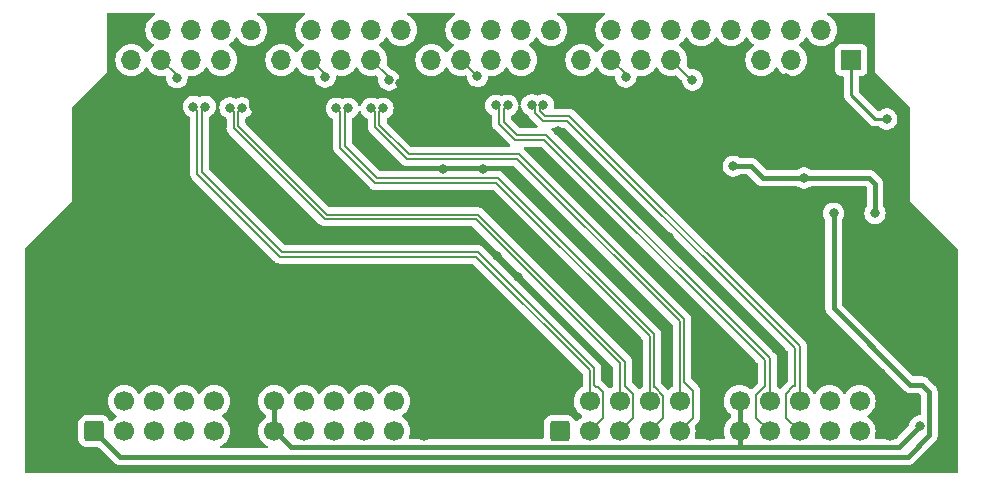
<source format=gbl>
G04 #@! TF.GenerationSoftware,KiCad,Pcbnew,7.0.1*
G04 #@! TF.CreationDate,2023-03-17T04:03:40+02:00*
G04 #@! TF.ProjectId,connector-pcb,636f6e6e-6563-4746-9f72-2d7063622e6b,rev?*
G04 #@! TF.SameCoordinates,Original*
G04 #@! TF.FileFunction,Copper,L4,Bot*
G04 #@! TF.FilePolarity,Positive*
%FSLAX46Y46*%
G04 Gerber Fmt 4.6, Leading zero omitted, Abs format (unit mm)*
G04 Created by KiCad (PCBNEW 7.0.1) date 2023-03-17 04:03:40*
%MOMM*%
%LPD*%
G01*
G04 APERTURE LIST*
G04 Aperture macros list*
%AMRoundRect*
0 Rectangle with rounded corners*
0 $1 Rounding radius*
0 $2 $3 $4 $5 $6 $7 $8 $9 X,Y pos of 4 corners*
0 Add a 4 corners polygon primitive as box body*
4,1,4,$2,$3,$4,$5,$6,$7,$8,$9,$2,$3,0*
0 Add four circle primitives for the rounded corners*
1,1,$1+$1,$2,$3*
1,1,$1+$1,$4,$5*
1,1,$1+$1,$6,$7*
1,1,$1+$1,$8,$9*
0 Add four rect primitives between the rounded corners*
20,1,$1+$1,$2,$3,$4,$5,0*
20,1,$1+$1,$4,$5,$6,$7,0*
20,1,$1+$1,$6,$7,$8,$9,0*
20,1,$1+$1,$8,$9,$2,$3,0*%
G04 Aperture macros list end*
G04 #@! TA.AperFunction,ComponentPad*
%ADD10R,1.700000X1.700000*%
G04 #@! TD*
G04 #@! TA.AperFunction,ComponentPad*
%ADD11O,1.700000X1.700000*%
G04 #@! TD*
G04 #@! TA.AperFunction,ComponentPad*
%ADD12C,0.800000*%
G04 #@! TD*
G04 #@! TA.AperFunction,ComponentPad*
%ADD13C,6.400000*%
G04 #@! TD*
G04 #@! TA.AperFunction,ComponentPad*
%ADD14RoundRect,0.250000X0.600000X-0.600000X0.600000X0.600000X-0.600000X0.600000X-0.600000X-0.600000X0*%
G04 #@! TD*
G04 #@! TA.AperFunction,ComponentPad*
%ADD15C,1.700000*%
G04 #@! TD*
G04 #@! TA.AperFunction,ViaPad*
%ADD16C,0.800000*%
G04 #@! TD*
G04 #@! TA.AperFunction,Conductor*
%ADD17C,0.400000*%
G04 #@! TD*
G04 #@! TA.AperFunction,Conductor*
%ADD18C,0.250000*%
G04 #@! TD*
G04 #@! TA.AperFunction,Conductor*
%ADD19C,0.200000*%
G04 #@! TD*
G04 APERTURE END LIST*
D10*
G04 #@! TO.P,J1,1,ProbeDet*
G04 #@! TO.N,Net-(J1-ProbeDet)*
X130000000Y-53000000D03*
D11*
G04 #@! TO.P,J1,2,GND*
G04 #@! TO.N,GND*
X130000000Y-50460000D03*
G04 #@! TO.P,J1,3,GND*
X127460000Y-53000000D03*
G04 #@! TO.P,J1,4,-2.5Vin*
G04 #@! TO.N,unconnected-(J1--2.5Vin-Pad4)*
X127460000Y-50460000D03*
G04 #@! TO.P,J1,5,Vref_8-15*
G04 #@! TO.N,/Vref_8_15*
X124920000Y-53000000D03*
G04 #@! TO.P,J1,6,Vref_0-7*
G04 #@! TO.N,/Vref_0_7*
X124920000Y-50460000D03*
G04 #@! TO.P,J1,7,+2.5Vin*
G04 #@! TO.N,unconnected-(J1-+2.5Vin-Pad7)*
X122380000Y-53000000D03*
G04 #@! TO.P,J1,8,+4Vin*
G04 #@! TO.N,Net-(J1-+4Vin)*
X122380000Y-50460000D03*
G04 #@! TO.P,J1,9,GND*
G04 #@! TO.N,GND*
X119840000Y-53000000D03*
G04 #@! TO.P,J1,10,+4vin*
G04 #@! TO.N,Net-(J1-+4Vin)*
X119840000Y-50460000D03*
G04 #@! TO.P,J1,11,GND*
G04 #@! TO.N,GND*
X117300000Y-53000000D03*
G04 #@! TO.P,J1,12,D8_N*
G04 #@! TO.N,/D8_N*
X117300000Y-50460000D03*
G04 #@! TO.P,J1,13,D8_P*
G04 #@! TO.N,/D8_P*
X114760000Y-53000000D03*
G04 #@! TO.P,J1,14,D9_p*
G04 #@! TO.N,/D9_P*
X114760000Y-50460000D03*
G04 #@! TO.P,J1,15,D9_N*
G04 #@! TO.N,/D9_N*
X112220000Y-53000000D03*
G04 #@! TO.P,J1,16,D0_N*
G04 #@! TO.N,/D0_N*
X112220000Y-50460000D03*
G04 #@! TO.P,J1,17,D0_P*
G04 #@! TO.N,/D0_P*
X109680000Y-53000000D03*
G04 #@! TO.P,J1,18,D1_P*
G04 #@! TO.N,/D1_P*
X109680000Y-50460000D03*
G04 #@! TO.P,J1,19,D1_N*
G04 #@! TO.N,/D1_N*
X107140000Y-53000000D03*
G04 #@! TO.P,J1,20,GND*
G04 #@! TO.N,GND*
X107140000Y-50460000D03*
G04 #@! TO.P,J1,21,GND*
X104600000Y-53000000D03*
G04 #@! TO.P,J1,22,D10_N*
G04 #@! TO.N,/D10_N*
X104600000Y-50460000D03*
G04 #@! TO.P,J1,23,D10_P*
G04 #@! TO.N,/D10_P*
X102060000Y-53000000D03*
G04 #@! TO.P,J1,24,D11_N*
G04 #@! TO.N,/D11_N*
X102060000Y-50460000D03*
G04 #@! TO.P,J1,25,DI1_P*
G04 #@! TO.N,/D11_P*
X99520000Y-53000000D03*
G04 #@! TO.P,J1,26,D2_N*
G04 #@! TO.N,/D2_N*
X99520000Y-50460000D03*
G04 #@! TO.P,J1,27,D2_P*
G04 #@! TO.N,/D2_P*
X96980000Y-53000000D03*
G04 #@! TO.P,J1,28,D3_P*
G04 #@! TO.N,/D3_P*
X96980000Y-50460000D03*
G04 #@! TO.P,J1,29,D3_N*
G04 #@! TO.N,/D3_N*
X94440000Y-53000000D03*
G04 #@! TO.P,J1,30,GND*
G04 #@! TO.N,GND*
X94440000Y-50460000D03*
G04 #@! TO.P,J1,31,GND*
X91900000Y-53000000D03*
G04 #@! TO.P,J1,32,D12_N*
G04 #@! TO.N,/D12_N*
X91900000Y-50460000D03*
G04 #@! TO.P,J1,33,D12_P*
G04 #@! TO.N,/D12_P*
X89360000Y-53000000D03*
G04 #@! TO.P,J1,34,D13_P*
G04 #@! TO.N,/D13_P*
X89360000Y-50460000D03*
G04 #@! TO.P,J1,35,D13_N*
G04 #@! TO.N,/D13_N*
X86820000Y-53000000D03*
G04 #@! TO.P,J1,36,D4_N*
G04 #@! TO.N,/D4_N*
X86820000Y-50460000D03*
G04 #@! TO.P,J1,37,D4_P*
G04 #@! TO.N,/D4_P*
X84280000Y-53000000D03*
G04 #@! TO.P,J1,38,D5_P*
G04 #@! TO.N,/D5_P*
X84280000Y-50460000D03*
G04 #@! TO.P,J1,39,D5_N*
G04 #@! TO.N,/D5_N*
X81740000Y-53000000D03*
G04 #@! TO.P,J1,40,GND*
G04 #@! TO.N,GND*
X81740000Y-50460000D03*
G04 #@! TO.P,J1,41,GND*
X79200000Y-53000000D03*
G04 #@! TO.P,J1,42,D14_P*
G04 #@! TO.N,/D14_P*
X79200000Y-50460000D03*
G04 #@! TO.P,J1,43,D14_N*
G04 #@! TO.N,/D14_N*
X76660000Y-53000000D03*
G04 #@! TO.P,J1,44,D15_P*
G04 #@! TO.N,/D15_P*
X76660000Y-50460000D03*
G04 #@! TO.P,J1,45,D15_N*
G04 #@! TO.N,/D15_N*
X74120000Y-53000000D03*
G04 #@! TO.P,J1,46,D6_N*
G04 #@! TO.N,/D6_N*
X74120000Y-50460000D03*
G04 #@! TO.P,J1,47,D6_P*
G04 #@! TO.N,/D6_P*
X71580000Y-53000000D03*
G04 #@! TO.P,J1,48,D7_P*
G04 #@! TO.N,/D7_P*
X71580000Y-50460000D03*
G04 #@! TO.P,J1,49,D7_N*
G04 #@! TO.N,/D7_N*
X69040000Y-53000000D03*
G04 #@! TO.P,J1,50,GND*
G04 #@! TO.N,GND*
X69040000Y-50460000D03*
G04 #@! TD*
D12*
G04 #@! TO.P,H1,1,1*
G04 #@! TO.N,GND*
X61600000Y-74000000D03*
X62302944Y-72302944D03*
X62302944Y-75697056D03*
X64000000Y-71600000D03*
D13*
X64000000Y-74000000D03*
D12*
X64000000Y-76400000D03*
X65697056Y-72302944D03*
X65697056Y-75697056D03*
X66400000Y-74000000D03*
G04 #@! TD*
D14*
G04 #@! TO.P,J3,1,Pin_1*
G04 #@! TO.N,/Vref_8_15_out*
X105300000Y-84440000D03*
D15*
G04 #@! TO.P,J3,2,Pin_2*
G04 #@! TO.N,GND*
X105300000Y-81900000D03*
G04 #@! TO.P,J3,3,Pin_3*
G04 #@! TO.N,/D15_P*
X107840000Y-84440000D03*
G04 #@! TO.P,J3,4,Pin_4*
G04 #@! TO.N,/D15_N*
X107840000Y-81900000D03*
G04 #@! TO.P,J3,5,Pin_5*
G04 #@! TO.N,/D14_P*
X110380000Y-84440000D03*
G04 #@! TO.P,J3,6,Pin_6*
G04 #@! TO.N,/D14_N*
X110380000Y-81900000D03*
G04 #@! TO.P,J3,7,Pin_7*
G04 #@! TO.N,/D13_P*
X112920000Y-84440000D03*
G04 #@! TO.P,J3,8,Pin_8*
G04 #@! TO.N,/D13_N*
X112920000Y-81900000D03*
G04 #@! TO.P,J3,9,Pin_9*
G04 #@! TO.N,/D12_P*
X115460000Y-84440000D03*
G04 #@! TO.P,J3,10,Pin_10*
G04 #@! TO.N,/D12_N*
X115460000Y-81900000D03*
G04 #@! TO.P,J3,11,Pin_11*
G04 #@! TO.N,GND*
X118000000Y-84440000D03*
G04 #@! TO.P,J3,12,Pin_12*
X118000000Y-81900000D03*
G04 #@! TO.P,J3,13,Pin_13*
G04 #@! TO.N,+4V*
X120540000Y-84440000D03*
G04 #@! TO.P,J3,14,Pin_14*
X120540000Y-81900000D03*
G04 #@! TO.P,J3,15,Pin_15*
G04 #@! TO.N,/D11_P*
X123080000Y-84440000D03*
G04 #@! TO.P,J3,16,Pin_16*
G04 #@! TO.N,/D11_N*
X123080000Y-81900000D03*
G04 #@! TO.P,J3,17,Pin_17*
G04 #@! TO.N,/D10_P*
X125620000Y-84440000D03*
G04 #@! TO.P,J3,18,Pin_18*
G04 #@! TO.N,/D10_N*
X125620000Y-81900000D03*
G04 #@! TO.P,J3,19,Pin_19*
G04 #@! TO.N,/D9_P*
X128160000Y-84440000D03*
G04 #@! TO.P,J3,20,Pin_20*
G04 #@! TO.N,/D9_N*
X128160000Y-81900000D03*
G04 #@! TO.P,J3,21,Pin_21*
G04 #@! TO.N,/D8_P*
X130700000Y-84440000D03*
G04 #@! TO.P,J3,22,Pin_22*
G04 #@! TO.N,/D8_N*
X130700000Y-81900000D03*
G04 #@! TO.P,J3,23,Pin_23*
G04 #@! TO.N,GND*
X133240000Y-84440000D03*
G04 #@! TO.P,J3,24,Pin_24*
X133240000Y-81900000D03*
G04 #@! TD*
D12*
G04 #@! TO.P,H2,1,1*
G04 #@! TO.N,GND*
X132600000Y-74000000D03*
X133302944Y-72302944D03*
X133302944Y-75697056D03*
X135000000Y-71600000D03*
D13*
X135000000Y-74000000D03*
D12*
X135000000Y-76400000D03*
X136697056Y-72302944D03*
X136697056Y-75697056D03*
X137400000Y-74000000D03*
G04 #@! TD*
D14*
G04 #@! TO.P,J2,1,Pin_1*
G04 #@! TO.N,/Vref_0_7_out*
X65900000Y-84440000D03*
D15*
G04 #@! TO.P,J2,2,Pin_2*
G04 #@! TO.N,GND*
X65900000Y-81900000D03*
G04 #@! TO.P,J2,3,Pin_3*
G04 #@! TO.N,/D7_P*
X68440000Y-84440000D03*
G04 #@! TO.P,J2,4,Pin_4*
G04 #@! TO.N,/D7_N*
X68440000Y-81900000D03*
G04 #@! TO.P,J2,5,Pin_5*
G04 #@! TO.N,/D6_P*
X70980000Y-84440000D03*
G04 #@! TO.P,J2,6,Pin_6*
G04 #@! TO.N,/D6_N*
X70980000Y-81900000D03*
G04 #@! TO.P,J2,7,Pin_7*
G04 #@! TO.N,/D5_P*
X73520000Y-84440000D03*
G04 #@! TO.P,J2,8,Pin_8*
G04 #@! TO.N,/D5_N*
X73520000Y-81900000D03*
G04 #@! TO.P,J2,9,Pin_9*
G04 #@! TO.N,/D4_P*
X76060000Y-84440000D03*
G04 #@! TO.P,J2,10,Pin_10*
G04 #@! TO.N,/D4_N*
X76060000Y-81900000D03*
G04 #@! TO.P,J2,11,Pin_11*
G04 #@! TO.N,GND*
X78600000Y-84440000D03*
G04 #@! TO.P,J2,12,Pin_12*
X78600000Y-81900000D03*
G04 #@! TO.P,J2,13,Pin_13*
G04 #@! TO.N,+4V*
X81140000Y-84440000D03*
G04 #@! TO.P,J2,14,Pin_14*
X81140000Y-81900000D03*
G04 #@! TO.P,J2,15,Pin_15*
G04 #@! TO.N,/D3_P*
X83680000Y-84440000D03*
G04 #@! TO.P,J2,16,Pin_16*
G04 #@! TO.N,/D3_N*
X83680000Y-81900000D03*
G04 #@! TO.P,J2,17,Pin_17*
G04 #@! TO.N,/D2_P*
X86220000Y-84440000D03*
G04 #@! TO.P,J2,18,Pin_18*
G04 #@! TO.N,/D2_N*
X86220000Y-81900000D03*
G04 #@! TO.P,J2,19,Pin_19*
G04 #@! TO.N,/D1_P*
X88760000Y-84440000D03*
G04 #@! TO.P,J2,20,Pin_20*
G04 #@! TO.N,/D1_N*
X88760000Y-81900000D03*
G04 #@! TO.P,J2,21,Pin_21*
G04 #@! TO.N,/D0_P*
X91300000Y-84440000D03*
G04 #@! TO.P,J2,22,Pin_22*
G04 #@! TO.N,/D0_N*
X91300000Y-81900000D03*
G04 #@! TO.P,J2,23,Pin_23*
G04 #@! TO.N,GND*
X93840000Y-84440000D03*
G04 #@! TO.P,J2,24,Pin_24*
X93840000Y-81900000D03*
G04 #@! TD*
D16*
G04 #@! TO.N,+4V*
X126000000Y-63000000D03*
X120000000Y-62000000D03*
X135800000Y-84000000D03*
X132000000Y-66000000D03*
G04 #@! TO.N,GND*
X98400000Y-64800000D03*
X109200000Y-79000000D03*
X112600000Y-70000000D03*
X117400000Y-79200000D03*
X73600000Y-58200000D03*
X78000000Y-62000000D03*
X88400000Y-58800000D03*
X137500000Y-69300000D03*
X121700000Y-68650000D03*
X106200000Y-79600000D03*
X117800000Y-67800000D03*
X121600000Y-79200000D03*
X124200000Y-79200000D03*
X92200000Y-57200000D03*
X120500000Y-58000000D03*
X95400000Y-64600000D03*
X108000000Y-65400000D03*
X130000000Y-69500000D03*
X114200000Y-57200000D03*
X88000000Y-78200000D03*
X117500000Y-75500000D03*
X120600000Y-55000000D03*
X98000000Y-68000000D03*
X90800000Y-61600000D03*
X126800000Y-79800000D03*
X85200000Y-77600000D03*
X100000000Y-69600000D03*
X79400000Y-57000000D03*
X105200000Y-59000000D03*
X91000000Y-78800000D03*
X111000000Y-57000000D03*
X89600000Y-60400000D03*
X124500000Y-70000000D03*
X98200000Y-59800000D03*
X108200000Y-57000000D03*
X126000000Y-72500000D03*
X137700000Y-77900000D03*
X82400000Y-58200000D03*
X100200000Y-65600000D03*
X102000000Y-67600000D03*
X134200000Y-60900000D03*
X126000000Y-70000000D03*
X101800000Y-71400000D03*
X132500000Y-79500000D03*
X85400000Y-58800000D03*
X85000000Y-71600000D03*
X103200000Y-60800000D03*
X123100000Y-61500000D03*
X98200000Y-71400000D03*
X87600000Y-67800000D03*
X104000000Y-65400000D03*
X98800000Y-62200000D03*
X92400000Y-59000000D03*
X80000000Y-77600000D03*
X66000000Y-58400000D03*
X100200000Y-74000000D03*
X91800000Y-55000000D03*
X63800000Y-68200000D03*
X114400000Y-64000000D03*
X106000000Y-63400000D03*
X102200000Y-63600000D03*
X82400000Y-66600000D03*
X73800000Y-71000000D03*
X128600000Y-78000000D03*
X95200000Y-79000000D03*
X111200000Y-61000000D03*
X104000000Y-69400000D03*
X91000000Y-71400000D03*
X132500000Y-61500000D03*
X91400000Y-64600000D03*
X126500000Y-58000000D03*
X110000000Y-63600000D03*
X107600000Y-61200000D03*
X119000000Y-63000000D03*
X132500000Y-55900000D03*
X134300000Y-65600000D03*
X114400000Y-77400000D03*
X124500000Y-54500000D03*
X109000000Y-70400000D03*
X98600000Y-57200000D03*
X94200000Y-68000000D03*
X62500000Y-85000000D03*
X70400000Y-57600000D03*
X114600000Y-68000000D03*
X70400000Y-76800000D03*
X111600000Y-77200000D03*
X125600000Y-75200000D03*
X128900000Y-61600000D03*
X95400000Y-57600000D03*
X119500000Y-80500000D03*
X95400000Y-62200000D03*
X87600000Y-64000000D03*
X75600000Y-74800000D03*
X95000000Y-71200000D03*
X62500000Y-80500000D03*
X122200000Y-71800000D03*
X106200000Y-67400000D03*
X95400000Y-59800000D03*
G04 #@! TO.N,Net-(J1-ProbeDet)*
X133000000Y-58000000D03*
G04 #@! TO.N,/D8_P*
X116550000Y-54700000D03*
G04 #@! TO.N,/D0_P*
X110907122Y-54457122D03*
G04 #@! TO.N,/D10_N*
X103934437Y-56803028D03*
G04 #@! TO.N,/D10_P*
X102934437Y-56803028D03*
G04 #@! TO.N,/D11_N*
X100900000Y-56850000D03*
G04 #@! TO.N,/D11_P*
X99900000Y-56850000D03*
G04 #@! TO.N,/D2_P*
X98344622Y-54394622D03*
G04 #@! TO.N,/D12_N*
X89350000Y-57100000D03*
G04 #@! TO.N,/D12_P*
X90350000Y-57100000D03*
X90846891Y-54699018D03*
G04 #@! TO.N,/D13_P*
X87400000Y-57100000D03*
G04 #@! TO.N,/D13_N*
X86400000Y-57100000D03*
G04 #@! TO.N,/D4_P*
X85447795Y-54447795D03*
G04 #@! TO.N,/D14_P*
X78400000Y-57050000D03*
G04 #@! TO.N,/D14_N*
X77400000Y-57050000D03*
G04 #@! TO.N,/D15_N*
X74300000Y-56950000D03*
G04 #@! TO.N,/D6_P*
X72900000Y-54500000D03*
G04 #@! TO.N,/Vref_0_7_out*
X128500000Y-66000000D03*
G04 #@! TO.N,/D15_P*
X75300000Y-56950000D03*
G04 #@! TD*
D17*
G04 #@! TO.N,+4V*
X120700000Y-85800000D02*
X82600000Y-85800000D01*
X126000000Y-63000000D02*
X122500000Y-63000000D01*
X131500000Y-63000000D02*
X132000000Y-63500000D01*
X122500000Y-63000000D02*
X121500000Y-62000000D01*
X120540000Y-85640000D02*
X120700000Y-85800000D01*
X81140000Y-84340000D02*
X81140000Y-81900000D01*
X82600000Y-85800000D02*
X81140000Y-84340000D01*
X132000000Y-63500000D02*
X132000000Y-66000000D01*
X121500000Y-62000000D02*
X120000000Y-62000000D01*
X120540000Y-81900000D02*
X120540000Y-85640000D01*
X126000000Y-63000000D02*
X131500000Y-63000000D01*
X135800000Y-84000000D02*
X134000000Y-85800000D01*
X134000000Y-85800000D02*
X120700000Y-85800000D01*
G04 #@! TO.N,GND*
X79200000Y-56800000D02*
X79400000Y-57000000D01*
X79200000Y-53000000D02*
X79200000Y-56800000D01*
D18*
G04 #@! TO.N,Net-(J1-ProbeDet)*
X130000000Y-53000000D02*
X130000000Y-56000000D01*
X130000000Y-56000000D02*
X132000000Y-58000000D01*
X132000000Y-58000000D02*
X133000000Y-58000000D01*
D19*
G04 #@! TO.N,/D8_P*
X116550000Y-54700000D02*
X116460000Y-54700000D01*
X116460000Y-54700000D02*
X114760000Y-53000000D01*
G04 #@! TO.N,/D0_P*
X110907122Y-54227122D02*
X109680000Y-53000000D01*
X110907122Y-54457122D02*
X110907122Y-54227122D01*
G04 #@! TO.N,/D10_N*
X104032844Y-57750000D02*
X103634437Y-57351593D01*
X125650000Y-77267156D02*
X106132844Y-57750000D01*
X103634437Y-57103028D02*
X103934437Y-56803028D01*
X125650000Y-78600000D02*
X125650000Y-77267156D01*
X106132844Y-57750000D02*
X104032844Y-57750000D01*
X103634437Y-57351593D02*
X103634437Y-57103028D01*
X125620000Y-81900000D02*
X125620000Y-78630000D01*
X125620000Y-78630000D02*
X125650000Y-78600000D01*
G04 #@! TO.N,/D10_P*
X124470000Y-81250000D02*
X125070000Y-80650000D01*
X124470000Y-83290000D02*
X124470000Y-81250000D01*
X125070000Y-80650000D02*
X125220000Y-80650000D01*
X103234437Y-57517281D02*
X103234437Y-57103028D01*
X125620000Y-84440000D02*
X124470000Y-83290000D01*
X125220000Y-80650000D02*
X125220000Y-77402844D01*
X103234437Y-57103028D02*
X102934437Y-56803028D01*
X103867156Y-58150000D02*
X103234437Y-57517281D01*
X125220000Y-77402844D02*
X105967156Y-58150000D01*
X105967156Y-58150000D02*
X103867156Y-58150000D01*
G04 #@! TO.N,/D11_N*
X104182844Y-59350000D02*
X101682844Y-59350000D01*
X100600000Y-58267156D02*
X100600000Y-57150000D01*
X100600000Y-57150000D02*
X100900000Y-56850000D01*
X123080000Y-78247156D02*
X104182844Y-59350000D01*
X101682844Y-59350000D02*
X100600000Y-58267156D01*
X123080000Y-81900000D02*
X123080000Y-78247156D01*
G04 #@! TO.N,/D11_P*
X100200000Y-58432844D02*
X100200000Y-57150000D01*
X101517156Y-59750000D02*
X100200000Y-58432844D01*
X123080000Y-84440000D02*
X121930000Y-83290000D01*
X104017156Y-59750000D02*
X101517156Y-59750000D01*
X100200000Y-57150000D02*
X99900000Y-56850000D01*
X121930000Y-83290000D02*
X121930000Y-81370000D01*
X122680000Y-80620000D02*
X122680000Y-78412844D01*
X122680000Y-78412844D02*
X104017156Y-59750000D01*
X121930000Y-81370000D02*
X122680000Y-80620000D01*
G04 #@! TO.N,/D2_P*
X98344622Y-54394622D02*
X98344622Y-54364622D01*
X98344622Y-54364622D02*
X96980000Y-53000000D01*
G04 #@! TO.N,/D12_N*
X89650000Y-57400000D02*
X89350000Y-57100000D01*
X115460000Y-81900000D02*
X115460000Y-75142844D01*
X89650000Y-58682844D02*
X89650000Y-57400000D01*
X101717156Y-61400000D02*
X92367156Y-61400000D01*
X115460000Y-75142844D02*
X101717156Y-61400000D01*
X92367156Y-61400000D02*
X89650000Y-58682844D01*
G04 #@! TO.N,/D12_P*
X92532844Y-61000000D02*
X90050000Y-58517156D01*
X115460000Y-84440000D02*
X116610000Y-83290000D01*
X90846891Y-54699018D02*
X90846891Y-54486891D01*
X90846891Y-54486891D02*
X89360000Y-53000000D01*
X116610000Y-83290000D02*
X116610000Y-81010000D01*
X101882844Y-61000000D02*
X92532844Y-61000000D01*
X115860000Y-80260000D02*
X115860000Y-74977156D01*
X115860000Y-74977156D02*
X101882844Y-61000000D01*
X116610000Y-81010000D02*
X115860000Y-80260000D01*
X90050000Y-57400000D02*
X90350000Y-57100000D01*
X90050000Y-58517156D02*
X90050000Y-57400000D01*
G04 #@! TO.N,/D13_P*
X87100000Y-60267156D02*
X87100000Y-57400000D01*
X113346346Y-80700000D02*
X113320000Y-80700000D01*
X113320000Y-80700000D02*
X113320000Y-76237156D01*
X114070000Y-81423654D02*
X113346346Y-80700000D01*
X100082844Y-63000000D02*
X89832844Y-63000000D01*
X87100000Y-57400000D02*
X87400000Y-57100000D01*
X112920000Y-84440000D02*
X114070000Y-83290000D01*
X89832844Y-63000000D02*
X87100000Y-60267156D01*
X114070000Y-83290000D02*
X114070000Y-81423654D01*
X113320000Y-76237156D02*
X100082844Y-63000000D01*
G04 #@! TO.N,/D13_N*
X112920000Y-76402844D02*
X99917156Y-63400000D01*
X86700000Y-57400000D02*
X86400000Y-57100000D01*
X112920000Y-81900000D02*
X112920000Y-76402844D01*
X86700000Y-60432844D02*
X86700000Y-57400000D01*
X89667156Y-63400000D02*
X86700000Y-60432844D01*
X99917156Y-63400000D02*
X89667156Y-63400000D01*
G04 #@! TO.N,/D4_P*
X85447795Y-54447795D02*
X85447795Y-54167795D01*
X85447795Y-54167795D02*
X84280000Y-53000000D01*
G04 #@! TO.N,/D14_P*
X111530000Y-81280000D02*
X110850000Y-80600000D01*
X110380000Y-84440000D02*
X111530000Y-83290000D01*
X78100000Y-57350000D02*
X78400000Y-57050000D01*
X85582844Y-66100000D02*
X78100000Y-58617156D01*
X78100000Y-58617156D02*
X78100000Y-57350000D01*
X110850000Y-80600000D02*
X110850000Y-78550000D01*
X111530000Y-83290000D02*
X111530000Y-81280000D01*
X98400000Y-66100000D02*
X85582844Y-66100000D01*
X110850000Y-78550000D02*
X98400000Y-66100000D01*
G04 #@! TO.N,/D14_N*
X77700000Y-57350000D02*
X77400000Y-57050000D01*
X110380000Y-78680000D02*
X98200000Y-66500000D01*
X77700000Y-58782844D02*
X77700000Y-57350000D01*
X110380000Y-81900000D02*
X110380000Y-78680000D01*
X85417156Y-66500000D02*
X77700000Y-58782844D01*
X98200000Y-66500000D02*
X85417156Y-66500000D01*
G04 #@! TO.N,/D15_N*
X74600000Y-57250000D02*
X74300000Y-56950000D01*
X98217156Y-69650000D02*
X81617156Y-69650000D01*
X107840000Y-81900000D02*
X107840000Y-79272844D01*
X81617156Y-69650000D02*
X74600000Y-62632844D01*
X107840000Y-79272844D02*
X98217156Y-69650000D01*
X74600000Y-62632844D02*
X74600000Y-57250000D01*
G04 #@! TO.N,/D6_P*
X72900000Y-54500000D02*
X72900000Y-54320000D01*
X72900000Y-54320000D02*
X71580000Y-53000000D01*
D17*
G04 #@! TO.N,/Vref_0_7_out*
X68060000Y-86600000D02*
X65900000Y-84440000D01*
X134800000Y-86600000D02*
X68060000Y-86600000D01*
X136000000Y-80500000D02*
X136600000Y-81100000D01*
X128500000Y-74000000D02*
X135000000Y-80500000D01*
X136600000Y-81100000D02*
X136600000Y-84800000D01*
X136600000Y-84800000D02*
X134800000Y-86600000D01*
X135000000Y-80500000D02*
X136000000Y-80500000D01*
X128500000Y-66000000D02*
X128500000Y-74000000D01*
D19*
G04 #@! TO.N,/D15_P*
X108990000Y-83290000D02*
X108990000Y-81140000D01*
X98382844Y-69250000D02*
X81782844Y-69250000D01*
X108550000Y-80700000D02*
X108400000Y-80700000D01*
X75000000Y-62467156D02*
X75000000Y-57250000D01*
X81782844Y-69250000D02*
X75000000Y-62467156D01*
X108990000Y-81140000D02*
X108550000Y-80700000D01*
X108400000Y-80700000D02*
X108240000Y-80540000D01*
X75000000Y-57250000D02*
X75300000Y-56950000D01*
X108240000Y-79107156D02*
X98382844Y-69250000D01*
X108240000Y-80540000D02*
X108240000Y-79107156D01*
X107840000Y-84440000D02*
X108990000Y-83290000D01*
G04 #@! TD*
G04 #@! TA.AperFunction,Conductor*
G04 #@! TO.N,GND*
G36*
X103764512Y-60359939D02*
G01*
X103804740Y-60386819D01*
X122043181Y-78625260D01*
X122070061Y-78665488D01*
X122079500Y-78712941D01*
X122079500Y-80319903D01*
X122070061Y-80367356D01*
X122043181Y-80407584D01*
X121588011Y-80862753D01*
X121532423Y-80894847D01*
X121468236Y-80894847D01*
X121420568Y-80867325D01*
X121420287Y-80867728D01*
X121415686Y-80864507D01*
X121412649Y-80862753D01*
X121411404Y-80861508D01*
X121411401Y-80861505D01*
X121217830Y-80725965D01*
X121003663Y-80626097D01*
X120942502Y-80609709D01*
X120775407Y-80564936D01*
X120539999Y-80544340D01*
X120304592Y-80564936D01*
X120076336Y-80626097D01*
X119862170Y-80725965D01*
X119668598Y-80861505D01*
X119501505Y-81028598D01*
X119365965Y-81222170D01*
X119266097Y-81436336D01*
X119204936Y-81664592D01*
X119184340Y-81899999D01*
X119204936Y-82135407D01*
X119249709Y-82302502D01*
X119266097Y-82363663D01*
X119365965Y-82577830D01*
X119501505Y-82771401D01*
X119501507Y-82771403D01*
X119501508Y-82771404D01*
X119668598Y-82938494D01*
X119786623Y-83021136D01*
X119825489Y-83065454D01*
X119839500Y-83122711D01*
X119839500Y-83217289D01*
X119825489Y-83274546D01*
X119786623Y-83318863D01*
X119762686Y-83335624D01*
X119668598Y-83401505D01*
X119501505Y-83568598D01*
X119365965Y-83762170D01*
X119266097Y-83976336D01*
X119204936Y-84204592D01*
X119184340Y-84439999D01*
X119204936Y-84675407D01*
X119266097Y-84903663D01*
X119275158Y-84923095D01*
X119286511Y-84983610D01*
X119267357Y-85042125D01*
X119222419Y-85084214D01*
X119162776Y-85099500D01*
X116837224Y-85099500D01*
X116777581Y-85084214D01*
X116732643Y-85042125D01*
X116713489Y-84983610D01*
X116724842Y-84923095D01*
X116730000Y-84912032D01*
X116733903Y-84903663D01*
X116795063Y-84675408D01*
X116815659Y-84440000D01*
X116795063Y-84204592D01*
X116760672Y-84076241D01*
X116760672Y-84012054D01*
X116792764Y-83956469D01*
X117001043Y-83748190D01*
X117013223Y-83737509D01*
X117038282Y-83718282D01*
X117134536Y-83592841D01*
X117195044Y-83446762D01*
X117210500Y-83329361D01*
X117215682Y-83290000D01*
X117211560Y-83258697D01*
X117210500Y-83242513D01*
X117210500Y-81057487D01*
X117211561Y-81041301D01*
X117213233Y-81028599D01*
X117215682Y-81010000D01*
X117195044Y-80853238D01*
X117134536Y-80707159D01*
X117121297Y-80689906D01*
X117109337Y-80674319D01*
X117109336Y-80674318D01*
X117038282Y-80581717D01*
X117013229Y-80562494D01*
X117001034Y-80551799D01*
X116496819Y-80047584D01*
X116469939Y-80007356D01*
X116460500Y-79959903D01*
X116460500Y-75024650D01*
X116461561Y-75008464D01*
X116465683Y-74977156D01*
X116445044Y-74820394D01*
X116384536Y-74674315D01*
X116370118Y-74655526D01*
X116312454Y-74580375D01*
X116312452Y-74580373D01*
X116312450Y-74580371D01*
X116288282Y-74548874D01*
X116263229Y-74529650D01*
X116251035Y-74518956D01*
X102341043Y-60608964D01*
X102330347Y-60596768D01*
X102301187Y-60558765D01*
X102301388Y-60558610D01*
X102274842Y-60524934D01*
X102264504Y-60464770D01*
X102284127Y-60406964D01*
X102328955Y-60365527D01*
X102388122Y-60350500D01*
X103717059Y-60350500D01*
X103764512Y-60359939D01*
G37*
G04 #@! TD.AperFunction*
G04 #@! TA.AperFunction,Conductor*
G36*
X88459884Y-57324218D02*
G01*
X88492931Y-57376292D01*
X88522820Y-57468284D01*
X88617466Y-57632216D01*
X88744129Y-57772889D01*
X88897267Y-57884150D01*
X88924595Y-57896317D01*
X88975936Y-57919175D01*
X89014698Y-57946317D01*
X89040471Y-57986004D01*
X89049500Y-58032455D01*
X89049500Y-58635357D01*
X89048439Y-58651543D01*
X89044317Y-58682844D01*
X89049500Y-58722204D01*
X89049500Y-58722205D01*
X89064956Y-58839606D01*
X89125463Y-58985684D01*
X89221716Y-59111125D01*
X89246768Y-59130347D01*
X89258964Y-59141043D01*
X91908955Y-61791034D01*
X91919650Y-61803229D01*
X91938873Y-61828282D01*
X92057867Y-61919588D01*
X92062786Y-61923902D01*
X92064313Y-61924534D01*
X92064314Y-61924535D01*
X92064315Y-61924536D01*
X92210394Y-61985044D01*
X92288775Y-61995363D01*
X92367155Y-62005682D01*
X92367155Y-62005681D01*
X92367156Y-62005682D01*
X92398458Y-62001560D01*
X92414643Y-62000500D01*
X101417059Y-62000500D01*
X101464512Y-62009939D01*
X101504740Y-62036819D01*
X114823181Y-75355260D01*
X114850061Y-75395488D01*
X114859500Y-75442941D01*
X114859500Y-80610909D01*
X114840081Y-80677533D01*
X114787907Y-80723290D01*
X114782171Y-80725964D01*
X114588599Y-80861503D01*
X114560520Y-80889582D01*
X114504932Y-80921673D01*
X114440746Y-80921673D01*
X114385160Y-80889579D01*
X113956819Y-80461238D01*
X113929939Y-80421010D01*
X113920500Y-80373557D01*
X113920500Y-76284650D01*
X113921561Y-76268464D01*
X113925683Y-76237156D01*
X113905044Y-76080394D01*
X113844536Y-75934315D01*
X113830118Y-75915526D01*
X113772454Y-75840375D01*
X113772452Y-75840373D01*
X113772450Y-75840371D01*
X113748282Y-75808874D01*
X113723229Y-75789650D01*
X113711035Y-75778956D01*
X100541043Y-62608964D01*
X100530347Y-62596768D01*
X100527826Y-62593483D01*
X100526248Y-62591426D01*
X100511125Y-62571716D01*
X100385684Y-62475463D01*
X100239606Y-62414956D01*
X100122205Y-62399500D01*
X100117624Y-62398897D01*
X100082844Y-62394317D01*
X100055007Y-62397982D01*
X100051541Y-62398439D01*
X100035357Y-62399500D01*
X90132941Y-62399500D01*
X90085488Y-62390061D01*
X90045260Y-62363181D01*
X87736819Y-60054740D01*
X87709939Y-60014512D01*
X87700500Y-59967059D01*
X87700500Y-58032455D01*
X87709529Y-57986004D01*
X87735302Y-57946317D01*
X87774063Y-57919175D01*
X87852730Y-57884151D01*
X87852730Y-57884150D01*
X87852732Y-57884150D01*
X88005870Y-57772889D01*
X88132533Y-57632216D01*
X88227179Y-57468284D01*
X88257069Y-57376292D01*
X88290116Y-57324218D01*
X88344162Y-57294506D01*
X88405838Y-57294506D01*
X88459884Y-57324218D01*
G37*
G04 #@! TD.AperFunction*
G04 #@! TA.AperFunction,Conductor*
G36*
X105714512Y-58759939D02*
G01*
X105754740Y-58786819D01*
X124583181Y-77615260D01*
X124610061Y-77655488D01*
X124619500Y-77702941D01*
X124619500Y-80199902D01*
X124610061Y-80247355D01*
X124583181Y-80287583D01*
X124078965Y-80791798D01*
X124066773Y-80802491D01*
X124043647Y-80820237D01*
X123996756Y-80842520D01*
X123944853Y-80843653D01*
X123897038Y-80823439D01*
X123757830Y-80725965D01*
X123752094Y-80723290D01*
X123699919Y-80677534D01*
X123680500Y-80610909D01*
X123680500Y-78294643D01*
X123681561Y-78278457D01*
X123685682Y-78247156D01*
X123665044Y-78090394D01*
X123604536Y-77944315D01*
X123536228Y-77855294D01*
X123536227Y-77855293D01*
X123508282Y-77818873D01*
X123483229Y-77799650D01*
X123471034Y-77788955D01*
X104644260Y-58962181D01*
X104614010Y-58912818D01*
X104609468Y-58855102D01*
X104631623Y-58801615D01*
X104675646Y-58764015D01*
X104731941Y-58750500D01*
X105667059Y-58750500D01*
X105714512Y-58759939D01*
G37*
G04 #@! TD.AperFunction*
G04 #@! TA.AperFunction,Conductor*
G36*
X71018889Y-49018211D02*
G01*
X71064509Y-49066285D01*
X71078854Y-49130989D01*
X71057825Y-49193840D01*
X71007429Y-49236882D01*
X70902170Y-49285965D01*
X70708598Y-49421505D01*
X70541505Y-49588598D01*
X70405965Y-49782170D01*
X70306097Y-49996336D01*
X70244936Y-50224592D01*
X70224340Y-50459999D01*
X70244936Y-50695407D01*
X70289709Y-50862501D01*
X70306097Y-50923663D01*
X70405965Y-51137830D01*
X70541505Y-51331401D01*
X70708599Y-51498495D01*
X70894160Y-51628426D01*
X70933024Y-51672743D01*
X70947035Y-51730000D01*
X70933024Y-51787257D01*
X70894159Y-51831575D01*
X70708595Y-51961508D01*
X70541505Y-52128598D01*
X70411575Y-52314159D01*
X70367257Y-52353025D01*
X70310000Y-52367036D01*
X70252743Y-52353025D01*
X70208425Y-52314159D01*
X70078494Y-52128598D01*
X69911404Y-51961508D01*
X69911401Y-51961505D01*
X69717830Y-51825965D01*
X69503663Y-51726097D01*
X69442501Y-51709709D01*
X69275407Y-51664936D01*
X69040000Y-51644340D01*
X68804592Y-51664936D01*
X68576336Y-51726097D01*
X68362170Y-51825965D01*
X68168598Y-51961505D01*
X68001505Y-52128598D01*
X67865965Y-52322170D01*
X67766097Y-52536336D01*
X67704936Y-52764592D01*
X67684340Y-53000000D01*
X67704936Y-53235407D01*
X67739327Y-53363756D01*
X67766097Y-53463663D01*
X67865965Y-53677830D01*
X68001505Y-53871401D01*
X68168599Y-54038495D01*
X68362170Y-54174035D01*
X68576337Y-54273903D01*
X68804592Y-54335063D01*
X69040000Y-54355659D01*
X69275408Y-54335063D01*
X69503663Y-54273903D01*
X69717830Y-54174035D01*
X69911401Y-54038495D01*
X70078495Y-53871401D01*
X70208426Y-53685839D01*
X70252743Y-53646975D01*
X70310000Y-53632964D01*
X70367257Y-53646975D01*
X70411573Y-53685839D01*
X70541505Y-53871401D01*
X70708599Y-54038495D01*
X70902170Y-54174035D01*
X71116337Y-54273903D01*
X71344592Y-54335063D01*
X71580000Y-54355659D01*
X71815408Y-54335063D01*
X71843294Y-54327590D01*
X71902751Y-54326422D01*
X71955917Y-54353073D01*
X71990559Y-54401413D01*
X71998709Y-54460324D01*
X71994540Y-54499997D01*
X71994540Y-54500000D01*
X72003251Y-54582878D01*
X72014326Y-54688257D01*
X72072820Y-54868284D01*
X72167466Y-55032216D01*
X72294129Y-55172889D01*
X72447269Y-55284151D01*
X72620197Y-55361144D01*
X72805352Y-55400500D01*
X72805354Y-55400500D01*
X72994646Y-55400500D01*
X72994648Y-55400500D01*
X73124551Y-55372888D01*
X73179803Y-55361144D01*
X73352730Y-55284151D01*
X73505871Y-55172888D01*
X73632533Y-55032216D01*
X73727179Y-54868284D01*
X73785674Y-54688256D01*
X73805460Y-54500000D01*
X73802952Y-54476141D01*
X73809206Y-54422302D01*
X73837830Y-54376270D01*
X73883355Y-54346847D01*
X73937079Y-54339655D01*
X74120000Y-54355659D01*
X74355408Y-54335063D01*
X74583663Y-54273903D01*
X74797830Y-54174035D01*
X74991401Y-54038495D01*
X75158495Y-53871401D01*
X75288426Y-53685839D01*
X75332743Y-53646975D01*
X75390000Y-53632964D01*
X75447257Y-53646975D01*
X75491573Y-53685839D01*
X75621505Y-53871401D01*
X75788599Y-54038495D01*
X75982170Y-54174035D01*
X76196337Y-54273903D01*
X76424592Y-54335063D01*
X76660000Y-54355659D01*
X76895408Y-54335063D01*
X77123663Y-54273903D01*
X77337830Y-54174035D01*
X77531401Y-54038495D01*
X77698495Y-53871401D01*
X77834035Y-53677830D01*
X77933903Y-53463663D01*
X77995063Y-53235408D01*
X78015659Y-53000000D01*
X77995063Y-52764592D01*
X77933903Y-52536337D01*
X77834035Y-52322171D01*
X77698495Y-52128599D01*
X77531401Y-51961505D01*
X77345839Y-51831573D01*
X77306974Y-51787255D01*
X77292964Y-51729999D01*
X77306975Y-51672742D01*
X77345837Y-51628428D01*
X77531401Y-51498495D01*
X77698495Y-51331401D01*
X77828426Y-51145839D01*
X77872743Y-51106975D01*
X77930000Y-51092964D01*
X77987257Y-51106975D01*
X78031573Y-51145839D01*
X78161505Y-51331401D01*
X78328599Y-51498495D01*
X78522170Y-51634035D01*
X78736337Y-51733903D01*
X78964592Y-51795063D01*
X79200000Y-51815659D01*
X79435408Y-51795063D01*
X79663663Y-51733903D01*
X79877830Y-51634035D01*
X80071401Y-51498495D01*
X80238495Y-51331401D01*
X80374035Y-51137830D01*
X80473903Y-50923663D01*
X80535063Y-50695408D01*
X80555659Y-50460000D01*
X80535063Y-50224592D01*
X80473903Y-49996337D01*
X80374035Y-49782171D01*
X80238495Y-49588599D01*
X80071401Y-49421505D01*
X79877830Y-49285965D01*
X79772570Y-49236881D01*
X79722175Y-49193840D01*
X79701146Y-49130990D01*
X79715491Y-49066285D01*
X79761111Y-49018211D01*
X79824976Y-49000500D01*
X83655024Y-49000500D01*
X83718889Y-49018211D01*
X83764509Y-49066285D01*
X83778854Y-49130989D01*
X83757825Y-49193840D01*
X83707429Y-49236882D01*
X83602170Y-49285965D01*
X83408598Y-49421505D01*
X83241505Y-49588598D01*
X83105965Y-49782170D01*
X83006097Y-49996336D01*
X82944936Y-50224592D01*
X82924340Y-50459999D01*
X82944936Y-50695407D01*
X82989709Y-50862502D01*
X83006097Y-50923663D01*
X83105965Y-51137830D01*
X83241505Y-51331401D01*
X83408599Y-51498495D01*
X83594160Y-51628426D01*
X83633024Y-51672743D01*
X83647035Y-51730000D01*
X83633024Y-51787257D01*
X83594159Y-51831575D01*
X83408595Y-51961508D01*
X83241505Y-52128598D01*
X83111575Y-52314159D01*
X83067257Y-52353025D01*
X83010000Y-52367036D01*
X82952743Y-52353025D01*
X82908425Y-52314159D01*
X82778494Y-52128598D01*
X82611404Y-51961508D01*
X82611401Y-51961505D01*
X82417830Y-51825965D01*
X82203663Y-51726097D01*
X82142501Y-51709709D01*
X81975407Y-51664936D01*
X81740000Y-51644340D01*
X81504592Y-51664936D01*
X81276336Y-51726097D01*
X81062170Y-51825965D01*
X80868598Y-51961505D01*
X80701505Y-52128598D01*
X80565965Y-52322170D01*
X80466097Y-52536336D01*
X80404936Y-52764592D01*
X80384340Y-53000000D01*
X80404936Y-53235407D01*
X80439327Y-53363756D01*
X80466097Y-53463663D01*
X80565965Y-53677830D01*
X80701505Y-53871401D01*
X80868599Y-54038495D01*
X81062170Y-54174035D01*
X81276337Y-54273903D01*
X81504592Y-54335063D01*
X81740000Y-54355659D01*
X81975408Y-54335063D01*
X82203663Y-54273903D01*
X82417830Y-54174035D01*
X82611401Y-54038495D01*
X82778495Y-53871401D01*
X82908426Y-53685839D01*
X82952743Y-53646975D01*
X83010000Y-53632964D01*
X83067257Y-53646975D01*
X83111573Y-53685839D01*
X83241505Y-53871401D01*
X83408599Y-54038495D01*
X83602170Y-54174035D01*
X83816337Y-54273903D01*
X84038912Y-54333541D01*
X84044592Y-54335063D01*
X84279999Y-54355659D01*
X84279999Y-54355658D01*
X84280000Y-54355659D01*
X84408958Y-54344376D01*
X84471514Y-54355219D01*
X84520505Y-54395603D01*
X84543086Y-54454942D01*
X84562121Y-54636052D01*
X84620615Y-54816079D01*
X84715261Y-54980011D01*
X84841924Y-55120684D01*
X84995064Y-55231946D01*
X85167992Y-55308939D01*
X85353147Y-55348295D01*
X85353149Y-55348295D01*
X85542441Y-55348295D01*
X85542443Y-55348295D01*
X85665879Y-55322057D01*
X85727598Y-55308939D01*
X85900525Y-55231946D01*
X85973712Y-55178773D01*
X86053665Y-55120684D01*
X86180328Y-54980011D01*
X86274974Y-54816079D01*
X86292251Y-54762906D01*
X86333469Y-54636051D01*
X86353255Y-54447795D01*
X86353218Y-54447445D01*
X86353523Y-54445238D01*
X86354617Y-54434834D01*
X86354957Y-54434869D01*
X86361366Y-54388536D01*
X86396007Y-54340195D01*
X86449172Y-54313543D01*
X86508632Y-54314709D01*
X86584592Y-54335063D01*
X86820000Y-54355659D01*
X87055408Y-54335063D01*
X87283663Y-54273903D01*
X87497830Y-54174035D01*
X87691401Y-54038495D01*
X87858495Y-53871401D01*
X87988426Y-53685839D01*
X88032743Y-53646975D01*
X88090000Y-53632964D01*
X88147257Y-53646975D01*
X88191573Y-53685839D01*
X88321505Y-53871401D01*
X88488599Y-54038495D01*
X88682170Y-54174035D01*
X88896337Y-54273903D01*
X89124592Y-54335063D01*
X89360000Y-54355659D01*
X89595408Y-54335063D01*
X89723757Y-54300672D01*
X89787943Y-54300672D01*
X89843531Y-54332766D01*
X89925131Y-54414366D01*
X89954337Y-54460655D01*
X89960770Y-54515006D01*
X89941431Y-54699018D01*
X89945501Y-54737741D01*
X89961217Y-54887275D01*
X90019711Y-55067302D01*
X90114357Y-55231234D01*
X90241020Y-55371907D01*
X90394160Y-55483169D01*
X90567088Y-55560162D01*
X90752243Y-55599518D01*
X90752245Y-55599518D01*
X90941537Y-55599518D01*
X90941539Y-55599518D01*
X91064975Y-55573280D01*
X91126694Y-55560162D01*
X91299621Y-55483169D01*
X91451409Y-55372889D01*
X91452761Y-55371907D01*
X91474022Y-55348295D01*
X91579424Y-55231234D01*
X91674070Y-55067302D01*
X91732565Y-54887274D01*
X91752351Y-54699018D01*
X91732565Y-54510762D01*
X91687586Y-54372332D01*
X91674070Y-54330733D01*
X91579424Y-54166801D01*
X91452761Y-54026128D01*
X91299623Y-53914867D01*
X91126692Y-53837873D01*
X91061552Y-53824027D01*
X91028166Y-53811710D01*
X90999653Y-53790418D01*
X90692766Y-53483531D01*
X90660672Y-53427943D01*
X90660672Y-53363756D01*
X90695063Y-53235408D01*
X90715659Y-53000000D01*
X90695063Y-52764592D01*
X90633903Y-52536337D01*
X90534035Y-52322171D01*
X90398495Y-52128599D01*
X90231401Y-51961505D01*
X90045839Y-51831573D01*
X90006974Y-51787255D01*
X89992964Y-51729999D01*
X90006975Y-51672742D01*
X90045837Y-51628428D01*
X90231401Y-51498495D01*
X90398495Y-51331401D01*
X90528426Y-51145839D01*
X90572743Y-51106975D01*
X90630000Y-51092964D01*
X90687257Y-51106975D01*
X90731573Y-51145839D01*
X90861505Y-51331401D01*
X91028599Y-51498495D01*
X91222170Y-51634035D01*
X91436337Y-51733903D01*
X91664592Y-51795063D01*
X91900000Y-51815659D01*
X92135408Y-51795063D01*
X92363663Y-51733903D01*
X92577830Y-51634035D01*
X92771401Y-51498495D01*
X92938495Y-51331401D01*
X93074035Y-51137830D01*
X93173903Y-50923663D01*
X93235063Y-50695408D01*
X93255659Y-50460000D01*
X93235063Y-50224592D01*
X93173903Y-49996337D01*
X93074035Y-49782171D01*
X92938495Y-49588599D01*
X92771401Y-49421505D01*
X92577830Y-49285965D01*
X92472570Y-49236881D01*
X92422175Y-49193840D01*
X92401146Y-49130990D01*
X92415491Y-49066285D01*
X92461111Y-49018211D01*
X92524976Y-49000500D01*
X96355024Y-49000500D01*
X96418889Y-49018211D01*
X96464509Y-49066285D01*
X96478854Y-49130989D01*
X96457825Y-49193840D01*
X96407429Y-49236882D01*
X96302170Y-49285965D01*
X96108598Y-49421505D01*
X95941505Y-49588598D01*
X95805965Y-49782170D01*
X95706097Y-49996336D01*
X95644936Y-50224592D01*
X95624340Y-50459999D01*
X95644936Y-50695407D01*
X95689709Y-50862502D01*
X95706097Y-50923663D01*
X95805965Y-51137830D01*
X95941505Y-51331401D01*
X96108599Y-51498495D01*
X96294160Y-51628426D01*
X96333024Y-51672743D01*
X96347035Y-51730000D01*
X96333024Y-51787257D01*
X96294159Y-51831575D01*
X96108595Y-51961508D01*
X95941505Y-52128598D01*
X95811575Y-52314159D01*
X95767257Y-52353025D01*
X95710000Y-52367036D01*
X95652743Y-52353025D01*
X95608425Y-52314159D01*
X95478494Y-52128598D01*
X95311404Y-51961508D01*
X95311401Y-51961505D01*
X95117830Y-51825965D01*
X94903663Y-51726097D01*
X94842501Y-51709709D01*
X94675407Y-51664936D01*
X94440000Y-51644340D01*
X94204592Y-51664936D01*
X93976336Y-51726097D01*
X93762170Y-51825965D01*
X93568598Y-51961505D01*
X93401505Y-52128598D01*
X93265965Y-52322170D01*
X93166097Y-52536336D01*
X93104936Y-52764592D01*
X93084340Y-53000000D01*
X93104936Y-53235407D01*
X93139327Y-53363756D01*
X93166097Y-53463663D01*
X93265965Y-53677830D01*
X93401505Y-53871401D01*
X93568599Y-54038495D01*
X93762170Y-54174035D01*
X93976337Y-54273903D01*
X94204592Y-54335063D01*
X94440000Y-54355659D01*
X94675408Y-54335063D01*
X94903663Y-54273903D01*
X95117830Y-54174035D01*
X95311401Y-54038495D01*
X95478495Y-53871401D01*
X95608426Y-53685839D01*
X95652743Y-53646975D01*
X95710000Y-53632964D01*
X95767257Y-53646975D01*
X95811573Y-53685839D01*
X95941505Y-53871401D01*
X96108599Y-54038495D01*
X96302170Y-54174035D01*
X96516337Y-54273903D01*
X96738912Y-54333541D01*
X96744592Y-54335063D01*
X96980000Y-54355659D01*
X97215409Y-54335063D01*
X97286705Y-54315959D01*
X97339798Y-54313524D01*
X97389034Y-54333541D01*
X97425366Y-54372332D01*
X97442120Y-54422770D01*
X97451472Y-54511744D01*
X97458948Y-54582879D01*
X97517442Y-54762906D01*
X97612088Y-54926838D01*
X97738751Y-55067511D01*
X97891891Y-55178773D01*
X98064819Y-55255766D01*
X98249974Y-55295122D01*
X98249976Y-55295122D01*
X98439268Y-55295122D01*
X98439270Y-55295122D01*
X98562706Y-55268884D01*
X98624425Y-55255766D01*
X98797352Y-55178773D01*
X98805452Y-55172888D01*
X98950492Y-55067511D01*
X99077155Y-54926838D01*
X99171801Y-54762906D01*
X99190066Y-54706691D01*
X99230296Y-54582878D01*
X99243862Y-54453796D01*
X99266441Y-54394462D01*
X99315432Y-54354077D01*
X99377988Y-54343234D01*
X99520000Y-54355659D01*
X99755408Y-54335063D01*
X99983663Y-54273903D01*
X100197830Y-54174035D01*
X100391401Y-54038495D01*
X100558495Y-53871401D01*
X100688426Y-53685839D01*
X100732743Y-53646975D01*
X100790000Y-53632964D01*
X100847257Y-53646975D01*
X100891573Y-53685839D01*
X101021505Y-53871401D01*
X101188599Y-54038495D01*
X101382170Y-54174035D01*
X101596337Y-54273903D01*
X101824592Y-54335063D01*
X102060000Y-54355659D01*
X102295408Y-54335063D01*
X102523663Y-54273903D01*
X102737830Y-54174035D01*
X102931401Y-54038495D01*
X103098495Y-53871401D01*
X103234035Y-53677830D01*
X103333903Y-53463663D01*
X103395063Y-53235408D01*
X103415659Y-53000000D01*
X103395063Y-52764592D01*
X103333903Y-52536337D01*
X103234035Y-52322171D01*
X103098495Y-52128599D01*
X102931401Y-51961505D01*
X102745839Y-51831573D01*
X102706974Y-51787255D01*
X102692964Y-51729999D01*
X102706975Y-51672742D01*
X102745837Y-51628428D01*
X102931401Y-51498495D01*
X103098495Y-51331401D01*
X103228426Y-51145839D01*
X103272743Y-51106975D01*
X103330000Y-51092964D01*
X103387257Y-51106975D01*
X103431573Y-51145839D01*
X103561505Y-51331401D01*
X103728599Y-51498495D01*
X103922170Y-51634035D01*
X104136337Y-51733903D01*
X104364592Y-51795063D01*
X104600000Y-51815659D01*
X104835408Y-51795063D01*
X105063663Y-51733903D01*
X105277830Y-51634035D01*
X105471401Y-51498495D01*
X105638495Y-51331401D01*
X105774035Y-51137830D01*
X105873903Y-50923663D01*
X105935063Y-50695408D01*
X105955659Y-50460000D01*
X105935063Y-50224592D01*
X105873903Y-49996337D01*
X105774035Y-49782171D01*
X105638495Y-49588599D01*
X105471401Y-49421505D01*
X105277830Y-49285965D01*
X105172570Y-49236881D01*
X105122175Y-49193840D01*
X105101146Y-49130990D01*
X105115491Y-49066285D01*
X105161111Y-49018211D01*
X105224976Y-49000500D01*
X109055024Y-49000500D01*
X109118889Y-49018211D01*
X109164509Y-49066285D01*
X109178854Y-49130989D01*
X109157825Y-49193840D01*
X109107429Y-49236882D01*
X109002170Y-49285965D01*
X108808598Y-49421505D01*
X108641505Y-49588598D01*
X108505965Y-49782170D01*
X108406097Y-49996336D01*
X108344936Y-50224592D01*
X108324340Y-50459999D01*
X108344936Y-50695407D01*
X108389709Y-50862502D01*
X108406097Y-50923663D01*
X108505965Y-51137830D01*
X108641505Y-51331401D01*
X108808599Y-51498495D01*
X108994160Y-51628426D01*
X109033024Y-51672743D01*
X109047035Y-51730000D01*
X109033024Y-51787257D01*
X108994159Y-51831575D01*
X108808595Y-51961508D01*
X108641505Y-52128598D01*
X108511575Y-52314159D01*
X108467257Y-52353025D01*
X108410000Y-52367036D01*
X108352743Y-52353025D01*
X108308425Y-52314159D01*
X108178494Y-52128598D01*
X108011404Y-51961508D01*
X108011401Y-51961505D01*
X107817830Y-51825965D01*
X107603663Y-51726097D01*
X107542501Y-51709709D01*
X107375407Y-51664936D01*
X107140000Y-51644340D01*
X106904592Y-51664936D01*
X106676336Y-51726097D01*
X106462170Y-51825965D01*
X106268598Y-51961505D01*
X106101505Y-52128598D01*
X105965965Y-52322170D01*
X105866097Y-52536336D01*
X105804936Y-52764592D01*
X105784340Y-53000000D01*
X105804936Y-53235407D01*
X105839327Y-53363756D01*
X105866097Y-53463663D01*
X105965965Y-53677830D01*
X106101505Y-53871401D01*
X106268599Y-54038495D01*
X106462170Y-54174035D01*
X106676337Y-54273903D01*
X106904592Y-54335063D01*
X107140000Y-54355659D01*
X107375408Y-54335063D01*
X107603663Y-54273903D01*
X107817830Y-54174035D01*
X108011401Y-54038495D01*
X108178495Y-53871401D01*
X108308426Y-53685839D01*
X108352743Y-53646975D01*
X108410000Y-53632964D01*
X108467257Y-53646975D01*
X108511573Y-53685839D01*
X108641505Y-53871401D01*
X108808599Y-54038495D01*
X109002170Y-54174035D01*
X109216337Y-54273903D01*
X109438912Y-54333541D01*
X109444592Y-54335063D01*
X109679999Y-54355659D01*
X109679999Y-54355658D01*
X109680000Y-54355659D01*
X109866772Y-54339318D01*
X109929330Y-54350161D01*
X109978320Y-54390545D01*
X110000901Y-54449884D01*
X110021448Y-54645379D01*
X110079942Y-54825406D01*
X110174588Y-54989338D01*
X110301251Y-55130011D01*
X110454391Y-55241273D01*
X110627319Y-55318266D01*
X110812474Y-55357622D01*
X110812476Y-55357622D01*
X111001768Y-55357622D01*
X111001770Y-55357622D01*
X111125206Y-55331384D01*
X111186925Y-55318266D01*
X111359852Y-55241273D01*
X111512993Y-55130010D01*
X111639655Y-54989338D01*
X111734301Y-54825406D01*
X111792796Y-54645378D01*
X111812582Y-54457122D01*
X111812581Y-54457120D01*
X111813944Y-54444161D01*
X111815907Y-54444367D01*
X111821401Y-54404630D01*
X111856040Y-54356285D01*
X111909207Y-54329630D01*
X111968669Y-54330797D01*
X111984592Y-54335063D01*
X112220000Y-54355659D01*
X112455408Y-54335063D01*
X112683663Y-54273903D01*
X112897830Y-54174035D01*
X113091401Y-54038495D01*
X113258495Y-53871401D01*
X113388426Y-53685839D01*
X113432743Y-53646975D01*
X113490000Y-53632964D01*
X113547257Y-53646975D01*
X113591573Y-53685839D01*
X113721505Y-53871401D01*
X113888599Y-54038495D01*
X114082170Y-54174035D01*
X114296337Y-54273903D01*
X114524592Y-54335063D01*
X114760000Y-54355659D01*
X114995408Y-54335063D01*
X115123757Y-54300672D01*
X115187943Y-54300672D01*
X115243531Y-54332766D01*
X115617456Y-54706691D01*
X115641695Y-54740988D01*
X115653096Y-54781410D01*
X115664326Y-54888257D01*
X115722820Y-55068284D01*
X115817466Y-55232216D01*
X115944129Y-55372889D01*
X116097269Y-55484151D01*
X116270197Y-55561144D01*
X116455352Y-55600500D01*
X116455354Y-55600500D01*
X116644646Y-55600500D01*
X116644648Y-55600500D01*
X116768083Y-55574262D01*
X116829803Y-55561144D01*
X117002730Y-55484151D01*
X117155871Y-55372888D01*
X117282533Y-55232216D01*
X117377179Y-55068284D01*
X117435674Y-54888256D01*
X117455460Y-54700000D01*
X117435674Y-54511744D01*
X117384445Y-54354077D01*
X117377179Y-54331715D01*
X117282533Y-54167783D01*
X117155870Y-54027110D01*
X117002730Y-53915848D01*
X116829802Y-53838855D01*
X116644648Y-53799500D01*
X116644646Y-53799500D01*
X116460097Y-53799500D01*
X116412644Y-53790061D01*
X116372416Y-53763181D01*
X116092766Y-53483531D01*
X116060672Y-53427943D01*
X116060672Y-53363756D01*
X116095063Y-53235408D01*
X116115659Y-53000000D01*
X116095063Y-52764592D01*
X116033903Y-52536337D01*
X115934035Y-52322171D01*
X115798495Y-52128599D01*
X115631401Y-51961505D01*
X115445839Y-51831573D01*
X115406974Y-51787255D01*
X115392964Y-51729999D01*
X115406975Y-51672742D01*
X115445837Y-51628428D01*
X115631401Y-51498495D01*
X115798495Y-51331401D01*
X115928426Y-51145839D01*
X115972743Y-51106975D01*
X116030000Y-51092964D01*
X116087257Y-51106975D01*
X116131573Y-51145839D01*
X116261505Y-51331401D01*
X116428599Y-51498495D01*
X116622170Y-51634035D01*
X116836337Y-51733903D01*
X117064592Y-51795063D01*
X117300000Y-51815659D01*
X117535408Y-51795063D01*
X117763663Y-51733903D01*
X117977830Y-51634035D01*
X118171401Y-51498495D01*
X118338495Y-51331401D01*
X118468426Y-51145839D01*
X118512743Y-51106975D01*
X118570000Y-51092964D01*
X118627257Y-51106975D01*
X118671573Y-51145839D01*
X118801505Y-51331401D01*
X118968599Y-51498495D01*
X119162170Y-51634035D01*
X119376337Y-51733903D01*
X119604592Y-51795063D01*
X119840000Y-51815659D01*
X120075408Y-51795063D01*
X120303663Y-51733903D01*
X120517830Y-51634035D01*
X120711401Y-51498495D01*
X120878495Y-51331401D01*
X121008426Y-51145839D01*
X121052743Y-51106975D01*
X121110000Y-51092964D01*
X121167257Y-51106975D01*
X121211573Y-51145839D01*
X121341505Y-51331401D01*
X121508599Y-51498495D01*
X121694160Y-51628426D01*
X121733024Y-51672743D01*
X121747035Y-51730000D01*
X121733024Y-51787257D01*
X121694159Y-51831575D01*
X121508595Y-51961508D01*
X121341505Y-52128598D01*
X121205965Y-52322170D01*
X121106097Y-52536336D01*
X121044936Y-52764592D01*
X121024340Y-53000000D01*
X121044936Y-53235407D01*
X121079327Y-53363756D01*
X121106097Y-53463663D01*
X121205965Y-53677830D01*
X121341505Y-53871401D01*
X121508599Y-54038495D01*
X121702170Y-54174035D01*
X121916337Y-54273903D01*
X122144592Y-54335063D01*
X122380000Y-54355659D01*
X122615408Y-54335063D01*
X122843663Y-54273903D01*
X123057830Y-54174035D01*
X123251401Y-54038495D01*
X123418495Y-53871401D01*
X123548426Y-53685839D01*
X123592743Y-53646975D01*
X123650000Y-53632964D01*
X123707257Y-53646975D01*
X123751573Y-53685839D01*
X123881505Y-53871401D01*
X124048599Y-54038495D01*
X124242170Y-54174035D01*
X124456337Y-54273903D01*
X124684592Y-54335063D01*
X124920000Y-54355659D01*
X125155408Y-54335063D01*
X125383663Y-54273903D01*
X125597830Y-54174035D01*
X125791401Y-54038495D01*
X125932027Y-53897869D01*
X128649500Y-53897869D01*
X128655909Y-53957484D01*
X128671925Y-54000424D01*
X128706204Y-54092331D01*
X128792454Y-54207546D01*
X128907669Y-54293796D01*
X129042517Y-54344091D01*
X129102127Y-54350500D01*
X129250500Y-54350500D01*
X129312500Y-54367113D01*
X129357887Y-54412500D01*
X129374500Y-54474500D01*
X129374500Y-55917256D01*
X129372235Y-55937762D01*
X129374439Y-56007873D01*
X129374500Y-56011768D01*
X129374500Y-56039349D01*
X129375003Y-56043334D01*
X129375918Y-56054967D01*
X129377290Y-56098626D01*
X129382879Y-56117860D01*
X129386825Y-56136916D01*
X129389335Y-56156792D01*
X129405414Y-56197404D01*
X129409197Y-56208451D01*
X129421382Y-56250391D01*
X129431580Y-56267635D01*
X129440136Y-56285100D01*
X129447514Y-56303732D01*
X129457723Y-56317783D01*
X129473180Y-56339059D01*
X129479593Y-56348822D01*
X129501826Y-56386416D01*
X129501829Y-56386419D01*
X129501830Y-56386420D01*
X129515995Y-56400585D01*
X129528627Y-56415375D01*
X129540406Y-56431587D01*
X129574058Y-56459426D01*
X129582699Y-56467289D01*
X131499196Y-58383787D01*
X131512096Y-58399888D01*
X131563223Y-58447900D01*
X131566019Y-58450610D01*
X131585529Y-58470120D01*
X131588711Y-58472588D01*
X131597571Y-58480155D01*
X131629417Y-58510061D01*
X131629418Y-58510062D01*
X131646970Y-58519711D01*
X131663238Y-58530397D01*
X131679064Y-58542673D01*
X131719146Y-58560017D01*
X131729633Y-58565155D01*
X131767907Y-58586197D01*
X131771744Y-58587182D01*
X131787308Y-58591178D01*
X131805713Y-58597478D01*
X131824104Y-58605437D01*
X131867250Y-58612270D01*
X131878668Y-58614635D01*
X131920981Y-58625500D01*
X131941016Y-58625500D01*
X131960415Y-58627027D01*
X131980196Y-58630160D01*
X132023674Y-58626050D01*
X132035344Y-58625500D01*
X132296253Y-58625500D01*
X132346688Y-58636220D01*
X132388401Y-58666526D01*
X132394129Y-58672888D01*
X132547270Y-58784151D01*
X132547271Y-58784151D01*
X132547272Y-58784152D01*
X132720197Y-58861144D01*
X132905352Y-58900500D01*
X132905354Y-58900500D01*
X133094646Y-58900500D01*
X133094648Y-58900500D01*
X133218084Y-58874262D01*
X133279803Y-58861144D01*
X133452730Y-58784151D01*
X133519438Y-58735685D01*
X133605870Y-58672889D01*
X133611598Y-58666528D01*
X133732533Y-58532216D01*
X133827179Y-58368284D01*
X133885674Y-58188256D01*
X133905460Y-58000000D01*
X133885674Y-57811744D01*
X133839350Y-57669175D01*
X133827179Y-57631715D01*
X133732533Y-57467783D01*
X133605870Y-57327110D01*
X133452730Y-57215848D01*
X133279802Y-57138855D01*
X133094648Y-57099500D01*
X133094646Y-57099500D01*
X132905354Y-57099500D01*
X132905352Y-57099500D01*
X132720197Y-57138855D01*
X132547272Y-57215847D01*
X132516429Y-57238256D01*
X132394129Y-57327112D01*
X132394126Y-57327114D01*
X132383586Y-57334773D01*
X132382882Y-57333804D01*
X132339225Y-57361611D01*
X132272977Y-57363343D01*
X132215299Y-57330708D01*
X130661819Y-55777228D01*
X130634939Y-55737000D01*
X130625500Y-55689547D01*
X130625500Y-54474499D01*
X130642113Y-54412499D01*
X130687500Y-54367112D01*
X130749500Y-54350499D01*
X130897870Y-54350499D01*
X130897872Y-54350499D01*
X130957483Y-54344091D01*
X131092331Y-54293796D01*
X131207546Y-54207546D01*
X131293796Y-54092331D01*
X131344091Y-53957483D01*
X131350500Y-53897873D01*
X131350499Y-52102128D01*
X131344091Y-52042517D01*
X131293796Y-51907669D01*
X131207546Y-51792454D01*
X131092331Y-51706204D01*
X130957483Y-51655909D01*
X130897873Y-51649500D01*
X130897869Y-51649500D01*
X129102130Y-51649500D01*
X129042515Y-51655909D01*
X128907669Y-51706204D01*
X128792454Y-51792454D01*
X128706204Y-51907668D01*
X128655909Y-52042516D01*
X128649500Y-52102130D01*
X128649500Y-53897869D01*
X125932027Y-53897869D01*
X125958495Y-53871401D01*
X126094035Y-53677830D01*
X126193903Y-53463663D01*
X126255063Y-53235408D01*
X126275659Y-53000000D01*
X126255063Y-52764592D01*
X126193903Y-52536337D01*
X126094035Y-52322171D01*
X125958495Y-52128599D01*
X125791401Y-51961505D01*
X125605839Y-51831573D01*
X125566974Y-51787255D01*
X125552964Y-51729999D01*
X125566975Y-51672742D01*
X125605837Y-51628428D01*
X125791401Y-51498495D01*
X125958495Y-51331401D01*
X126088426Y-51145839D01*
X126132743Y-51106975D01*
X126190000Y-51092964D01*
X126247257Y-51106975D01*
X126291573Y-51145839D01*
X126421505Y-51331401D01*
X126588599Y-51498495D01*
X126782170Y-51634035D01*
X126996337Y-51733903D01*
X127224592Y-51795063D01*
X127460000Y-51815659D01*
X127695408Y-51795063D01*
X127923663Y-51733903D01*
X128137830Y-51634035D01*
X128331401Y-51498495D01*
X128498495Y-51331401D01*
X128634035Y-51137830D01*
X128733903Y-50923663D01*
X128795063Y-50695408D01*
X128815659Y-50460000D01*
X128795063Y-50224592D01*
X128733903Y-49996337D01*
X128634035Y-49782171D01*
X128498495Y-49588599D01*
X128331401Y-49421505D01*
X128137830Y-49285965D01*
X128032570Y-49236881D01*
X127982175Y-49193840D01*
X127961146Y-49130990D01*
X127975491Y-49066285D01*
X128021111Y-49018211D01*
X128084976Y-49000500D01*
X131875500Y-49000500D01*
X131937500Y-49017113D01*
X131982887Y-49062500D01*
X131999500Y-49124500D01*
X131999500Y-53975144D01*
X131999446Y-53975414D01*
X131999458Y-54000001D01*
X131999469Y-54000028D01*
X131999614Y-54000379D01*
X131999616Y-54000381D01*
X131999617Y-54000383D01*
X131999618Y-54000383D01*
X132017272Y-54018009D01*
X132017265Y-54018015D01*
X132017391Y-54018099D01*
X134963181Y-56963888D01*
X134990061Y-57004116D01*
X134999500Y-57051569D01*
X134999500Y-64975145D01*
X134999461Y-64975334D01*
X134999458Y-64999998D01*
X134999458Y-64999999D01*
X134999458Y-65000000D01*
X134999520Y-65000150D01*
X134999549Y-65000295D01*
X134999576Y-65000285D01*
X134999616Y-65000382D01*
X135010962Y-65011670D01*
X135011187Y-65011895D01*
X138963181Y-68963888D01*
X138990061Y-69004116D01*
X138999500Y-69051569D01*
X138999500Y-87876000D01*
X138982887Y-87938000D01*
X138937500Y-87983387D01*
X138875500Y-88000000D01*
X60790490Y-88000000D01*
X60789514Y-87999999D01*
X60124421Y-87999578D01*
X60062455Y-87982939D01*
X60017100Y-87937555D01*
X60000500Y-87875578D01*
X60000500Y-85090008D01*
X64549500Y-85090008D01*
X64560000Y-85192796D01*
X64615186Y-85359334D01*
X64707288Y-85508657D01*
X64831342Y-85632711D01*
X64831344Y-85632712D01*
X64980666Y-85724814D01*
X65092017Y-85761712D01*
X65147202Y-85779999D01*
X65157702Y-85781071D01*
X65249991Y-85790500D01*
X66208480Y-85790499D01*
X66255933Y-85799938D01*
X66296161Y-85826818D01*
X67547058Y-87077715D01*
X67552178Y-87083153D01*
X67592071Y-87128183D01*
X67592072Y-87128184D01*
X67641569Y-87162349D01*
X67647602Y-87166788D01*
X67694943Y-87203877D01*
X67704174Y-87208031D01*
X67723726Y-87219058D01*
X67732070Y-87224818D01*
X67788322Y-87246151D01*
X67795228Y-87249012D01*
X67850068Y-87273694D01*
X67860030Y-87275519D01*
X67881650Y-87281546D01*
X67891125Y-87285139D01*
X67891128Y-87285140D01*
X67950856Y-87292392D01*
X67958201Y-87293509D01*
X68017394Y-87304357D01*
X68077422Y-87300726D01*
X68084910Y-87300500D01*
X134775079Y-87300500D01*
X134782566Y-87300726D01*
X134785706Y-87300915D01*
X134842606Y-87304358D01*
X134901782Y-87293513D01*
X134909181Y-87292387D01*
X134968872Y-87285140D01*
X134978335Y-87281550D01*
X134999958Y-87275522D01*
X135009932Y-87273695D01*
X135064808Y-87248996D01*
X135071673Y-87246152D01*
X135127930Y-87224818D01*
X135136270Y-87219060D01*
X135155819Y-87208035D01*
X135165057Y-87203878D01*
X135212413Y-87166775D01*
X135218420Y-87162355D01*
X135267929Y-87128183D01*
X135307823Y-87083150D01*
X135312924Y-87077731D01*
X137077731Y-85312924D01*
X137083151Y-85307822D01*
X137128183Y-85267929D01*
X137162358Y-85218416D01*
X137166779Y-85212407D01*
X137203877Y-85165057D01*
X137208033Y-85155820D01*
X137219058Y-85136273D01*
X137224818Y-85127930D01*
X137246154Y-85071668D01*
X137249014Y-85064766D01*
X137249728Y-85063181D01*
X137273694Y-85009932D01*
X137275519Y-84999970D01*
X137281545Y-84978348D01*
X137285140Y-84968872D01*
X137292389Y-84909165D01*
X137293516Y-84901762D01*
X137304357Y-84842606D01*
X137300726Y-84782578D01*
X137300500Y-84775091D01*
X137300500Y-81124910D01*
X137300726Y-81117423D01*
X137301545Y-81103878D01*
X137304357Y-81057394D01*
X137293509Y-80998201D01*
X137292392Y-80990856D01*
X137285140Y-80931128D01*
X137281546Y-80921652D01*
X137275520Y-80900036D01*
X137273694Y-80890068D01*
X137248997Y-80835195D01*
X137246155Y-80828334D01*
X137224818Y-80772070D01*
X137219058Y-80763726D01*
X137208039Y-80744190D01*
X137203878Y-80734943D01*
X137196844Y-80725965D01*
X137166785Y-80687596D01*
X137162354Y-80681577D01*
X137128183Y-80632071D01*
X137083153Y-80592178D01*
X137077715Y-80587058D01*
X136512940Y-80022283D01*
X136507822Y-80016847D01*
X136467929Y-79971817D01*
X136418432Y-79937651D01*
X136412405Y-79933216D01*
X136365054Y-79896120D01*
X136355813Y-79891961D01*
X136336273Y-79880941D01*
X136327930Y-79875182D01*
X136327927Y-79875181D01*
X136327926Y-79875180D01*
X136271701Y-79853856D01*
X136264783Y-79850991D01*
X136209929Y-79826303D01*
X136199952Y-79824475D01*
X136178339Y-79818450D01*
X136168873Y-79814860D01*
X136109172Y-79807610D01*
X136101771Y-79806483D01*
X136042607Y-79795641D01*
X135982566Y-79799274D01*
X135975079Y-79799500D01*
X135341519Y-79799500D01*
X135294066Y-79790061D01*
X135253838Y-79763181D01*
X129236819Y-73746162D01*
X129209939Y-73705934D01*
X129200500Y-73658481D01*
X129200500Y-66615392D01*
X129208736Y-66570955D01*
X129232350Y-66532420D01*
X129232533Y-66532216D01*
X129327179Y-66368284D01*
X129327179Y-66368283D01*
X129385674Y-66188256D01*
X129405460Y-66000000D01*
X129385674Y-65811744D01*
X129327179Y-65631716D01*
X129327179Y-65631715D01*
X129232533Y-65467783D01*
X129105870Y-65327110D01*
X128952730Y-65215848D01*
X128779802Y-65138855D01*
X128594648Y-65099500D01*
X128594646Y-65099500D01*
X128405354Y-65099500D01*
X128405352Y-65099500D01*
X128220197Y-65138855D01*
X128047269Y-65215848D01*
X127894129Y-65327110D01*
X127767466Y-65467783D01*
X127672820Y-65631715D01*
X127614326Y-65811742D01*
X127594540Y-66000000D01*
X127614326Y-66188257D01*
X127672820Y-66368284D01*
X127767466Y-66532216D01*
X127767650Y-66532420D01*
X127791264Y-66570955D01*
X127799500Y-66615392D01*
X127799500Y-73975079D01*
X127799274Y-73982566D01*
X127795641Y-74042607D01*
X127806483Y-74101771D01*
X127807610Y-74109172D01*
X127814860Y-74168873D01*
X127818450Y-74178339D01*
X127824475Y-74199952D01*
X127826303Y-74209929D01*
X127850991Y-74264783D01*
X127853856Y-74271701D01*
X127875180Y-74327926D01*
X127875182Y-74327930D01*
X127880941Y-74336273D01*
X127891961Y-74355813D01*
X127896120Y-74365054D01*
X127933216Y-74412405D01*
X127937651Y-74418432D01*
X127971817Y-74467929D01*
X128016847Y-74507822D01*
X128022283Y-74512940D01*
X134487058Y-80977715D01*
X134492178Y-80983153D01*
X134532071Y-81028183D01*
X134581577Y-81062354D01*
X134587596Y-81066785D01*
X134631178Y-81100928D01*
X134634943Y-81103878D01*
X134644190Y-81108039D01*
X134663726Y-81119058D01*
X134672070Y-81124818D01*
X134728334Y-81146155D01*
X134735195Y-81148997D01*
X134790068Y-81173694D01*
X134800036Y-81175520D01*
X134821652Y-81181546D01*
X134831128Y-81185140D01*
X134890856Y-81192392D01*
X134898201Y-81193509D01*
X134957394Y-81204357D01*
X135017422Y-81200726D01*
X135024910Y-81200500D01*
X135658481Y-81200500D01*
X135705934Y-81209939D01*
X135746162Y-81236819D01*
X135863181Y-81353838D01*
X135890061Y-81394066D01*
X135899500Y-81441519D01*
X135899500Y-82975500D01*
X135882887Y-83037500D01*
X135837500Y-83082887D01*
X135775500Y-83099500D01*
X135705352Y-83099500D01*
X135520197Y-83138855D01*
X135347269Y-83215848D01*
X135194129Y-83327110D01*
X135067466Y-83467783D01*
X134972820Y-83631715D01*
X134914325Y-83811746D01*
X134909134Y-83861129D01*
X134897734Y-83901549D01*
X134873495Y-83935846D01*
X133746162Y-85063181D01*
X133705934Y-85090061D01*
X133658481Y-85099500D01*
X132077224Y-85099500D01*
X132017581Y-85084214D01*
X131972643Y-85042125D01*
X131953489Y-84983610D01*
X131964842Y-84923095D01*
X131970000Y-84912032D01*
X131973903Y-84903663D01*
X132035063Y-84675408D01*
X132055659Y-84440000D01*
X132035063Y-84204592D01*
X131973903Y-83976337D01*
X131874035Y-83762171D01*
X131738495Y-83568599D01*
X131571401Y-83401505D01*
X131385839Y-83271573D01*
X131346975Y-83227257D01*
X131332964Y-83170000D01*
X131346975Y-83112743D01*
X131385839Y-83068426D01*
X131571401Y-82938495D01*
X131738495Y-82771401D01*
X131874035Y-82577830D01*
X131973903Y-82363663D01*
X132035063Y-82135408D01*
X132055659Y-81900000D01*
X132035063Y-81664592D01*
X131973903Y-81436337D01*
X131874035Y-81222171D01*
X131738495Y-81028599D01*
X131571401Y-80861505D01*
X131377830Y-80725965D01*
X131163663Y-80626097D01*
X131102502Y-80609709D01*
X130935407Y-80564936D01*
X130699999Y-80544340D01*
X130464592Y-80564936D01*
X130236336Y-80626097D01*
X130022170Y-80725965D01*
X129828598Y-80861505D01*
X129661505Y-81028598D01*
X129531575Y-81214159D01*
X129487257Y-81253025D01*
X129430000Y-81267036D01*
X129372743Y-81253025D01*
X129328425Y-81214159D01*
X129265868Y-81124818D01*
X129198495Y-81028599D01*
X129031401Y-80861505D01*
X128837830Y-80725965D01*
X128623663Y-80626097D01*
X128562502Y-80609709D01*
X128395407Y-80564936D01*
X128159999Y-80544340D01*
X127924592Y-80564936D01*
X127696336Y-80626097D01*
X127482170Y-80725965D01*
X127288598Y-80861505D01*
X127121505Y-81028598D01*
X126991575Y-81214159D01*
X126947257Y-81253025D01*
X126890000Y-81267036D01*
X126832743Y-81253025D01*
X126788425Y-81214159D01*
X126725868Y-81124818D01*
X126658495Y-81028599D01*
X126491401Y-80861505D01*
X126297830Y-80725965D01*
X126292094Y-80723290D01*
X126239919Y-80677534D01*
X126220500Y-80610909D01*
X126220500Y-78816539D01*
X126229939Y-78769086D01*
X126235044Y-78756762D01*
X126250500Y-78639361D01*
X126255682Y-78600000D01*
X126251560Y-78568697D01*
X126250500Y-78552513D01*
X126250500Y-77314643D01*
X126251561Y-77298457D01*
X126255682Y-77267155D01*
X126252964Y-77246517D01*
X126235044Y-77110394D01*
X126174536Y-76964315D01*
X126146195Y-76927380D01*
X126078282Y-76838873D01*
X126053229Y-76819650D01*
X126041034Y-76808955D01*
X111232079Y-62000000D01*
X119094540Y-62000000D01*
X119114326Y-62188257D01*
X119172820Y-62368284D01*
X119267466Y-62532216D01*
X119394129Y-62672889D01*
X119547269Y-62784151D01*
X119720197Y-62861144D01*
X119905352Y-62900500D01*
X119905354Y-62900500D01*
X120094646Y-62900500D01*
X120094648Y-62900500D01*
X120218083Y-62874262D01*
X120279803Y-62861144D01*
X120452730Y-62784151D01*
X120535271Y-62724181D01*
X120569838Y-62706569D01*
X120608156Y-62700500D01*
X121158481Y-62700500D01*
X121205934Y-62709939D01*
X121246162Y-62736819D01*
X121987051Y-63477707D01*
X121992171Y-63483145D01*
X122032071Y-63528183D01*
X122081574Y-63562352D01*
X122087603Y-63566788D01*
X122134944Y-63603878D01*
X122144183Y-63608036D01*
X122163719Y-63619053D01*
X122172070Y-63624818D01*
X122228326Y-63646152D01*
X122235220Y-63649009D01*
X122290069Y-63673695D01*
X122300044Y-63675522D01*
X122321656Y-63681547D01*
X122331128Y-63685140D01*
X122390841Y-63692390D01*
X122398185Y-63693507D01*
X122457394Y-63704358D01*
X122514102Y-63700927D01*
X122517434Y-63700726D01*
X122524921Y-63700500D01*
X125391844Y-63700500D01*
X125430162Y-63706569D01*
X125464728Y-63724181D01*
X125547270Y-63784151D01*
X125547271Y-63784151D01*
X125547272Y-63784152D01*
X125720197Y-63861144D01*
X125905352Y-63900500D01*
X125905354Y-63900500D01*
X126094646Y-63900500D01*
X126094648Y-63900500D01*
X126218083Y-63874262D01*
X126279803Y-63861144D01*
X126452730Y-63784151D01*
X126535271Y-63724181D01*
X126569838Y-63706569D01*
X126608156Y-63700500D01*
X131158481Y-63700500D01*
X131205934Y-63709939D01*
X131246162Y-63736819D01*
X131263181Y-63753838D01*
X131290061Y-63794066D01*
X131299500Y-63841519D01*
X131299500Y-65384608D01*
X131291264Y-65429045D01*
X131267650Y-65467580D01*
X131267466Y-65467783D01*
X131172820Y-65631715D01*
X131114326Y-65811742D01*
X131094540Y-66000000D01*
X131114326Y-66188257D01*
X131172820Y-66368284D01*
X131267466Y-66532216D01*
X131394129Y-66672889D01*
X131547269Y-66784151D01*
X131720197Y-66861144D01*
X131905352Y-66900500D01*
X131905354Y-66900500D01*
X132094646Y-66900500D01*
X132094648Y-66900500D01*
X132218084Y-66874262D01*
X132279803Y-66861144D01*
X132452730Y-66784151D01*
X132605871Y-66672888D01*
X132732533Y-66532216D01*
X132827179Y-66368284D01*
X132885674Y-66188256D01*
X132905460Y-66000000D01*
X132885674Y-65811744D01*
X132827179Y-65631716D01*
X132827179Y-65631715D01*
X132732533Y-65467783D01*
X132732350Y-65467580D01*
X132708736Y-65429045D01*
X132700500Y-65384608D01*
X132700500Y-63524921D01*
X132700726Y-63517434D01*
X132702799Y-63483161D01*
X132704358Y-63457394D01*
X132693507Y-63398185D01*
X132692390Y-63390841D01*
X132685140Y-63331128D01*
X132681547Y-63321656D01*
X132675522Y-63300044D01*
X132673695Y-63290069D01*
X132649009Y-63235220D01*
X132646152Y-63228326D01*
X132624818Y-63172070D01*
X132624816Y-63172068D01*
X132624816Y-63172066D01*
X132619062Y-63163731D01*
X132608033Y-63144177D01*
X132603878Y-63134944D01*
X132566780Y-63087591D01*
X132562352Y-63081573D01*
X132548238Y-63061126D01*
X132528183Y-63032071D01*
X132483153Y-62992178D01*
X132477715Y-62987058D01*
X132012940Y-62522283D01*
X132007822Y-62516847D01*
X131967929Y-62471817D01*
X131918432Y-62437651D01*
X131912405Y-62433216D01*
X131883709Y-62410735D01*
X131865057Y-62396122D01*
X131865055Y-62396121D01*
X131865054Y-62396120D01*
X131855813Y-62391961D01*
X131836273Y-62380941D01*
X131827930Y-62375182D01*
X131827927Y-62375181D01*
X131827926Y-62375180D01*
X131771701Y-62353856D01*
X131764783Y-62350991D01*
X131709929Y-62326303D01*
X131699952Y-62324475D01*
X131678339Y-62318450D01*
X131668873Y-62314860D01*
X131609172Y-62307610D01*
X131601771Y-62306483D01*
X131542607Y-62295641D01*
X131482566Y-62299274D01*
X131475079Y-62299500D01*
X126608156Y-62299500D01*
X126569838Y-62293431D01*
X126535270Y-62275818D01*
X126452727Y-62215847D01*
X126279802Y-62138855D01*
X126094648Y-62099500D01*
X126094646Y-62099500D01*
X125905354Y-62099500D01*
X125905352Y-62099500D01*
X125720197Y-62138855D01*
X125547272Y-62215847D01*
X125464730Y-62275818D01*
X125430162Y-62293431D01*
X125391844Y-62299500D01*
X122841518Y-62299500D01*
X122794065Y-62290061D01*
X122753837Y-62263181D01*
X122012940Y-61522283D01*
X122007822Y-61516847D01*
X121967929Y-61471817D01*
X121962086Y-61467784D01*
X121918436Y-61437654D01*
X121912405Y-61433216D01*
X121865054Y-61396120D01*
X121855813Y-61391961D01*
X121836273Y-61380941D01*
X121827930Y-61375182D01*
X121827927Y-61375181D01*
X121827926Y-61375180D01*
X121771701Y-61353856D01*
X121764783Y-61350991D01*
X121709929Y-61326303D01*
X121699952Y-61324475D01*
X121678339Y-61318450D01*
X121668873Y-61314860D01*
X121609172Y-61307610D01*
X121601771Y-61306483D01*
X121542607Y-61295641D01*
X121482566Y-61299274D01*
X121475079Y-61299500D01*
X120608156Y-61299500D01*
X120569838Y-61293431D01*
X120535270Y-61275818D01*
X120452727Y-61215847D01*
X120279802Y-61138855D01*
X120094648Y-61099500D01*
X120094646Y-61099500D01*
X119905354Y-61099500D01*
X119905352Y-61099500D01*
X119720197Y-61138855D01*
X119547269Y-61215848D01*
X119394129Y-61327110D01*
X119267466Y-61467783D01*
X119172820Y-61631715D01*
X119114326Y-61811742D01*
X119094540Y-62000000D01*
X111232079Y-62000000D01*
X106591043Y-57358964D01*
X106580347Y-57346768D01*
X106561125Y-57321716D01*
X106435684Y-57225463D01*
X106289606Y-57164956D01*
X106172205Y-57149500D01*
X106167624Y-57148897D01*
X106132844Y-57144317D01*
X106105007Y-57147982D01*
X106101541Y-57148439D01*
X106085357Y-57149500D01*
X104939374Y-57149500D01*
X104883078Y-57135984D01*
X104839054Y-57098383D01*
X104816900Y-57044893D01*
X104820089Y-57004387D01*
X104818748Y-57004246D01*
X104820109Y-56991287D01*
X104820111Y-56991284D01*
X104839897Y-56803028D01*
X104820111Y-56614772D01*
X104789769Y-56521391D01*
X104761616Y-56434743D01*
X104666970Y-56270811D01*
X104540307Y-56130138D01*
X104387167Y-56018876D01*
X104214239Y-55941883D01*
X104029085Y-55902528D01*
X104029083Y-55902528D01*
X103839791Y-55902528D01*
X103839789Y-55902528D01*
X103654636Y-55941882D01*
X103484871Y-56017467D01*
X103434436Y-56028187D01*
X103384000Y-56017466D01*
X103214239Y-55941883D01*
X103029085Y-55902528D01*
X103029083Y-55902528D01*
X102839791Y-55902528D01*
X102839789Y-55902528D01*
X102654634Y-55941883D01*
X102481706Y-56018876D01*
X102328566Y-56130138D01*
X102201903Y-56270811D01*
X102107257Y-56434743D01*
X102048763Y-56614770D01*
X102038071Y-56716506D01*
X102017551Y-56772884D01*
X101972964Y-56813030D01*
X101921350Y-56825898D01*
X101977899Y-56839997D01*
X102022486Y-56880142D01*
X102043007Y-56936520D01*
X102048763Y-56991285D01*
X102107257Y-57171312D01*
X102201903Y-57335244D01*
X102328566Y-57475917D01*
X102481704Y-57587178D01*
X102548202Y-57616785D01*
X102598000Y-57638956D01*
X102636386Y-57665710D01*
X102662126Y-57704783D01*
X102709901Y-57820122D01*
X102806153Y-57945562D01*
X102831205Y-57964784D01*
X102843401Y-57975480D01*
X103405740Y-58537819D01*
X103435990Y-58587182D01*
X103440532Y-58644898D01*
X103418377Y-58698385D01*
X103374354Y-58735985D01*
X103318059Y-58749500D01*
X101982941Y-58749500D01*
X101935488Y-58740061D01*
X101895260Y-58713181D01*
X101236819Y-58054740D01*
X101209939Y-58014512D01*
X101200500Y-57967059D01*
X101200500Y-57782455D01*
X101209529Y-57736004D01*
X101235302Y-57696317D01*
X101274063Y-57669175D01*
X101352730Y-57634151D01*
X101352730Y-57634150D01*
X101352732Y-57634150D01*
X101505870Y-57522889D01*
X101632533Y-57382216D01*
X101727179Y-57218284D01*
X101752987Y-57138855D01*
X101785674Y-57038256D01*
X101796366Y-56936517D01*
X101816885Y-56880144D01*
X101861470Y-56839998D01*
X101913084Y-56827128D01*
X101856536Y-56813030D01*
X101811949Y-56772884D01*
X101791429Y-56716508D01*
X101785674Y-56661744D01*
X101727179Y-56481716D01*
X101727179Y-56481715D01*
X101632533Y-56317783D01*
X101505870Y-56177110D01*
X101352730Y-56065848D01*
X101179802Y-55988855D01*
X100994648Y-55949500D01*
X100994646Y-55949500D01*
X100805354Y-55949500D01*
X100805352Y-55949500D01*
X100620197Y-55988855D01*
X100450435Y-56064439D01*
X100399999Y-56075160D01*
X100349563Y-56064439D01*
X100179802Y-55988855D01*
X99994648Y-55949500D01*
X99994646Y-55949500D01*
X99805354Y-55949500D01*
X99805352Y-55949500D01*
X99620197Y-55988855D01*
X99447269Y-56065848D01*
X99294129Y-56177110D01*
X99167466Y-56317783D01*
X99072820Y-56481715D01*
X99014326Y-56661742D01*
X98994540Y-56849999D01*
X99014326Y-57038257D01*
X99072820Y-57218284D01*
X99167466Y-57382216D01*
X99294129Y-57522889D01*
X99447267Y-57634150D01*
X99458062Y-57638956D01*
X99525936Y-57669175D01*
X99564698Y-57696317D01*
X99590471Y-57736004D01*
X99599500Y-57782455D01*
X99599500Y-58385357D01*
X99598439Y-58401543D01*
X99594317Y-58432844D01*
X99599500Y-58472204D01*
X99599500Y-58472205D01*
X99614956Y-58589606D01*
X99675463Y-58735684D01*
X99771716Y-58861125D01*
X99796768Y-58880347D01*
X99808964Y-58891043D01*
X101058955Y-60141034D01*
X101069650Y-60153229D01*
X101098812Y-60191234D01*
X101098610Y-60191388D01*
X101125158Y-60225066D01*
X101135496Y-60285230D01*
X101115873Y-60343036D01*
X101071045Y-60384473D01*
X101011878Y-60399500D01*
X92832941Y-60399500D01*
X92785488Y-60390061D01*
X92745260Y-60363181D01*
X90686819Y-58304740D01*
X90659939Y-58264512D01*
X90650500Y-58217059D01*
X90650500Y-58032455D01*
X90659529Y-57986004D01*
X90685302Y-57946317D01*
X90724063Y-57919175D01*
X90802730Y-57884151D01*
X90802730Y-57884150D01*
X90802732Y-57884150D01*
X90955870Y-57772889D01*
X91082533Y-57632216D01*
X91177179Y-57468284D01*
X91207651Y-57374500D01*
X91235674Y-57288256D01*
X91255460Y-57100000D01*
X91235674Y-56911744D01*
X91200350Y-56803028D01*
X91177179Y-56731715D01*
X91082533Y-56567783D01*
X90955870Y-56427110D01*
X90802730Y-56315848D01*
X90629802Y-56238855D01*
X90444648Y-56199500D01*
X90444646Y-56199500D01*
X90255354Y-56199500D01*
X90255352Y-56199500D01*
X90070199Y-56238854D01*
X89900434Y-56314439D01*
X89849999Y-56325159D01*
X89799563Y-56314438D01*
X89629802Y-56238855D01*
X89444648Y-56199500D01*
X89444646Y-56199500D01*
X89255354Y-56199500D01*
X89255352Y-56199500D01*
X89070197Y-56238855D01*
X88897269Y-56315848D01*
X88744129Y-56427110D01*
X88617466Y-56567783D01*
X88522820Y-56731715D01*
X88492931Y-56823707D01*
X88459884Y-56875781D01*
X88405838Y-56905493D01*
X88344162Y-56905493D01*
X88290116Y-56875781D01*
X88257069Y-56823707D01*
X88227179Y-56731715D01*
X88132533Y-56567783D01*
X88005870Y-56427110D01*
X87852730Y-56315848D01*
X87679802Y-56238855D01*
X87494648Y-56199500D01*
X87494646Y-56199500D01*
X87305354Y-56199500D01*
X87305352Y-56199500D01*
X87120199Y-56238854D01*
X86950434Y-56314439D01*
X86899999Y-56325159D01*
X86849563Y-56314438D01*
X86679802Y-56238855D01*
X86494648Y-56199500D01*
X86494646Y-56199500D01*
X86305354Y-56199500D01*
X86305352Y-56199500D01*
X86120197Y-56238855D01*
X85947269Y-56315848D01*
X85794129Y-56427110D01*
X85667466Y-56567783D01*
X85572820Y-56731715D01*
X85514326Y-56911742D01*
X85494540Y-57100000D01*
X85514326Y-57288257D01*
X85572820Y-57468284D01*
X85667466Y-57632216D01*
X85794129Y-57772889D01*
X85947267Y-57884150D01*
X85974595Y-57896317D01*
X86025936Y-57919175D01*
X86064698Y-57946317D01*
X86090471Y-57986004D01*
X86099500Y-58032455D01*
X86099500Y-60385357D01*
X86098439Y-60401543D01*
X86094317Y-60432844D01*
X86099500Y-60472204D01*
X86099500Y-60472205D01*
X86114956Y-60589606D01*
X86175463Y-60735684D01*
X86271716Y-60861125D01*
X86296768Y-60880347D01*
X86308964Y-60891043D01*
X89208955Y-63791034D01*
X89219650Y-63803229D01*
X89238874Y-63828282D01*
X89281701Y-63861144D01*
X89364315Y-63924536D01*
X89510394Y-63985044D01*
X89635854Y-64001561D01*
X89667155Y-64005682D01*
X89667155Y-64005681D01*
X89667156Y-64005682D01*
X89698458Y-64001560D01*
X89714643Y-64000500D01*
X99617059Y-64000500D01*
X99664512Y-64009939D01*
X99704740Y-64036819D01*
X112283181Y-76615260D01*
X112310061Y-76655488D01*
X112319500Y-76702941D01*
X112319500Y-80610909D01*
X112300081Y-80677533D01*
X112247907Y-80723290D01*
X112242171Y-80725964D01*
X112082521Y-80837752D01*
X112034701Y-80857968D01*
X111982797Y-80856833D01*
X111935906Y-80834548D01*
X111933223Y-80832489D01*
X111921034Y-80821799D01*
X111486819Y-80387584D01*
X111459939Y-80347356D01*
X111450500Y-80299903D01*
X111450500Y-78597487D01*
X111451561Y-78581301D01*
X111455682Y-78549999D01*
X111452964Y-78529361D01*
X111435044Y-78393238D01*
X111374536Y-78247159D01*
X111374533Y-78247155D01*
X111302454Y-78153219D01*
X111302452Y-78153217D01*
X111302450Y-78153215D01*
X111278282Y-78121718D01*
X111253229Y-78102494D01*
X111241035Y-78091800D01*
X98858199Y-65708964D01*
X98847503Y-65696768D01*
X98828281Y-65671716D01*
X98702840Y-65575463D01*
X98556762Y-65514956D01*
X98439361Y-65499500D01*
X98434780Y-65498897D01*
X98400000Y-65494317D01*
X98372163Y-65497982D01*
X98368697Y-65498439D01*
X98352513Y-65499500D01*
X85882942Y-65499500D01*
X85835489Y-65490061D01*
X85795261Y-65463181D01*
X78736819Y-58404740D01*
X78709939Y-58364512D01*
X78700500Y-58317059D01*
X78700500Y-57982455D01*
X78709529Y-57936004D01*
X78735302Y-57896317D01*
X78774063Y-57869175D01*
X78852730Y-57834151D01*
X78852730Y-57834150D01*
X78852732Y-57834150D01*
X79005870Y-57722889D01*
X79054235Y-57669175D01*
X79132533Y-57582216D01*
X79227179Y-57418284D01*
X79285674Y-57238256D01*
X79305460Y-57050000D01*
X79285674Y-56861744D01*
X79227179Y-56681716D01*
X79227179Y-56681715D01*
X79132533Y-56517783D01*
X79005870Y-56377110D01*
X78852730Y-56265848D01*
X78679802Y-56188855D01*
X78494648Y-56149500D01*
X78494646Y-56149500D01*
X78305354Y-56149500D01*
X78305352Y-56149500D01*
X78120199Y-56188854D01*
X77950435Y-56264439D01*
X77900000Y-56275159D01*
X77849565Y-56264439D01*
X77679800Y-56188854D01*
X77494648Y-56149500D01*
X77494646Y-56149500D01*
X77305354Y-56149500D01*
X77305352Y-56149500D01*
X77120197Y-56188855D01*
X76947269Y-56265848D01*
X76794129Y-56377110D01*
X76667466Y-56517783D01*
X76572820Y-56681715D01*
X76514326Y-56861742D01*
X76494540Y-57050000D01*
X76514326Y-57238257D01*
X76572820Y-57418284D01*
X76667466Y-57582216D01*
X76794129Y-57722889D01*
X76947267Y-57834150D01*
X76985940Y-57851368D01*
X77025936Y-57869175D01*
X77064698Y-57896317D01*
X77090471Y-57936004D01*
X77099500Y-57982455D01*
X77099500Y-58735357D01*
X77098439Y-58751543D01*
X77094317Y-58782844D01*
X77099500Y-58822204D01*
X77099500Y-58822205D01*
X77114956Y-58939606D01*
X77175463Y-59085684D01*
X77271716Y-59211125D01*
X77296768Y-59230347D01*
X77308964Y-59241043D01*
X84958955Y-66891034D01*
X84969650Y-66903229D01*
X84988873Y-66928282D01*
X85107867Y-67019588D01*
X85112786Y-67023902D01*
X85114313Y-67024534D01*
X85114314Y-67024535D01*
X85114315Y-67024536D01*
X85260394Y-67085044D01*
X85338775Y-67095363D01*
X85417155Y-67105682D01*
X85417155Y-67105681D01*
X85417156Y-67105682D01*
X85448458Y-67101560D01*
X85464643Y-67100500D01*
X97899903Y-67100500D01*
X97947356Y-67109939D01*
X97987584Y-67136819D01*
X109743181Y-78892416D01*
X109770061Y-78932644D01*
X109779500Y-78980097D01*
X109779500Y-80610909D01*
X109760080Y-80677534D01*
X109707904Y-80723291D01*
X109702173Y-80725963D01*
X109621848Y-80782206D01*
X109563328Y-80803988D01*
X109501611Y-80794489D01*
X109452350Y-80756116D01*
X109418282Y-80711717D01*
X109393229Y-80692494D01*
X109381034Y-80681799D01*
X109008199Y-80308964D01*
X108997503Y-80296768D01*
X108978281Y-80271716D01*
X108889014Y-80203220D01*
X108853288Y-80159688D01*
X108840500Y-80104844D01*
X108840500Y-79154643D01*
X108841561Y-79138457D01*
X108845682Y-79107155D01*
X108828954Y-78980097D01*
X108825044Y-78950394D01*
X108764536Y-78804315D01*
X108751067Y-78786762D01*
X108737504Y-78769086D01*
X108668282Y-78678873D01*
X108643229Y-78659650D01*
X108631034Y-78648955D01*
X98841043Y-68858964D01*
X98830347Y-68846768D01*
X98811125Y-68821716D01*
X98685684Y-68725463D01*
X98539606Y-68664956D01*
X98422205Y-68649500D01*
X98417624Y-68648897D01*
X98382844Y-68644317D01*
X98355007Y-68647982D01*
X98351541Y-68648439D01*
X98335357Y-68649500D01*
X82082941Y-68649500D01*
X82035488Y-68640061D01*
X81995260Y-68613181D01*
X75636819Y-62254740D01*
X75609939Y-62214512D01*
X75600500Y-62167059D01*
X75600500Y-57882455D01*
X75609529Y-57836004D01*
X75635302Y-57796317D01*
X75674063Y-57769175D01*
X75752730Y-57734151D01*
X75752730Y-57734150D01*
X75752732Y-57734150D01*
X75905870Y-57622889D01*
X75938025Y-57587178D01*
X76032533Y-57482216D01*
X76127179Y-57318284D01*
X76185674Y-57138256D01*
X76205460Y-56950000D01*
X76185674Y-56761744D01*
X76127179Y-56581716D01*
X76127179Y-56581715D01*
X76032533Y-56417783D01*
X75905870Y-56277110D01*
X75752730Y-56165848D01*
X75579802Y-56088855D01*
X75394648Y-56049500D01*
X75394646Y-56049500D01*
X75205354Y-56049500D01*
X75205352Y-56049500D01*
X75020199Y-56088854D01*
X74850435Y-56164439D01*
X74800000Y-56175159D01*
X74749565Y-56164439D01*
X74579800Y-56088854D01*
X74394648Y-56049500D01*
X74394646Y-56049500D01*
X74205354Y-56049500D01*
X74205352Y-56049500D01*
X74020197Y-56088855D01*
X73847269Y-56165848D01*
X73694129Y-56277110D01*
X73567466Y-56417783D01*
X73472820Y-56581715D01*
X73414326Y-56761742D01*
X73394540Y-56950000D01*
X73414326Y-57138257D01*
X73472820Y-57318284D01*
X73567466Y-57482216D01*
X73694129Y-57622889D01*
X73847267Y-57734150D01*
X73885940Y-57751368D01*
X73925936Y-57769175D01*
X73964698Y-57796317D01*
X73990471Y-57836004D01*
X73999500Y-57882455D01*
X73999500Y-62585357D01*
X73998439Y-62601543D01*
X73994317Y-62632844D01*
X73999500Y-62672204D01*
X73999500Y-62672205D01*
X74014956Y-62789606D01*
X74075463Y-62935684D01*
X74171716Y-63061125D01*
X74196768Y-63080347D01*
X74208964Y-63091043D01*
X81158955Y-70041034D01*
X81169650Y-70053229D01*
X81188873Y-70078282D01*
X81314315Y-70174536D01*
X81460394Y-70235044D01*
X81585854Y-70251561D01*
X81617155Y-70255682D01*
X81617155Y-70255681D01*
X81617156Y-70255682D01*
X81648458Y-70251560D01*
X81664643Y-70250500D01*
X97917059Y-70250500D01*
X97964512Y-70259939D01*
X98004740Y-70286819D01*
X107203181Y-79485261D01*
X107230061Y-79525489D01*
X107239500Y-79572942D01*
X107239500Y-80610909D01*
X107220081Y-80677533D01*
X107167907Y-80723290D01*
X107162171Y-80725964D01*
X106968598Y-80861505D01*
X106801505Y-81028598D01*
X106665965Y-81222170D01*
X106566097Y-81436336D01*
X106504936Y-81664592D01*
X106484340Y-81899999D01*
X106504936Y-82135407D01*
X106549709Y-82302502D01*
X106566097Y-82363663D01*
X106665965Y-82577830D01*
X106801505Y-82771401D01*
X106968599Y-82938495D01*
X107154160Y-83068426D01*
X107193024Y-83112743D01*
X107207035Y-83170000D01*
X107193024Y-83227257D01*
X107154158Y-83271575D01*
X107011677Y-83371342D01*
X106968595Y-83401508D01*
X106793834Y-83576270D01*
X106791261Y-83573697D01*
X106754290Y-83603773D01*
X106687223Y-83612568D01*
X106625518Y-83584858D01*
X106587539Y-83528890D01*
X106584814Y-83520666D01*
X106492712Y-83371344D01*
X106492711Y-83371342D01*
X106368657Y-83247288D01*
X106219334Y-83155186D01*
X106052797Y-83100000D01*
X105950009Y-83089500D01*
X104649991Y-83089500D01*
X104547203Y-83100000D01*
X104380665Y-83155186D01*
X104231342Y-83247288D01*
X104107288Y-83371342D01*
X104015186Y-83520665D01*
X103960000Y-83687202D01*
X103952342Y-83762170D01*
X103949500Y-83789991D01*
X103949500Y-84439999D01*
X103949501Y-84975500D01*
X103932888Y-85037500D01*
X103887501Y-85082887D01*
X103825501Y-85099500D01*
X92677224Y-85099500D01*
X92617581Y-85084214D01*
X92572643Y-85042125D01*
X92553489Y-84983610D01*
X92564842Y-84923095D01*
X92570000Y-84912032D01*
X92573903Y-84903663D01*
X92635063Y-84675408D01*
X92655659Y-84440000D01*
X92635063Y-84204592D01*
X92573903Y-83976337D01*
X92474035Y-83762171D01*
X92338495Y-83568599D01*
X92171401Y-83401505D01*
X91985839Y-83271573D01*
X91946975Y-83227257D01*
X91932964Y-83170000D01*
X91946975Y-83112743D01*
X91985839Y-83068426D01*
X92171401Y-82938495D01*
X92338495Y-82771401D01*
X92474035Y-82577830D01*
X92573903Y-82363663D01*
X92635063Y-82135408D01*
X92655659Y-81900000D01*
X92635063Y-81664592D01*
X92573903Y-81436337D01*
X92474035Y-81222171D01*
X92338495Y-81028599D01*
X92171401Y-80861505D01*
X91977830Y-80725965D01*
X91763663Y-80626097D01*
X91702502Y-80609709D01*
X91535407Y-80564936D01*
X91299999Y-80544340D01*
X91064592Y-80564936D01*
X90836336Y-80626097D01*
X90622170Y-80725965D01*
X90428598Y-80861505D01*
X90261505Y-81028598D01*
X90131575Y-81214159D01*
X90087257Y-81253025D01*
X90030000Y-81267036D01*
X89972743Y-81253025D01*
X89928425Y-81214159D01*
X89865868Y-81124818D01*
X89798495Y-81028599D01*
X89631401Y-80861505D01*
X89437830Y-80725965D01*
X89223663Y-80626097D01*
X89162502Y-80609709D01*
X88995407Y-80564936D01*
X88759999Y-80544340D01*
X88524592Y-80564936D01*
X88296336Y-80626097D01*
X88082170Y-80725965D01*
X87888598Y-80861505D01*
X87721505Y-81028598D01*
X87591575Y-81214159D01*
X87547257Y-81253025D01*
X87490000Y-81267036D01*
X87432743Y-81253025D01*
X87388425Y-81214159D01*
X87325868Y-81124818D01*
X87258495Y-81028599D01*
X87091401Y-80861505D01*
X86897830Y-80725965D01*
X86683663Y-80626097D01*
X86622502Y-80609709D01*
X86455407Y-80564936D01*
X86219999Y-80544340D01*
X85984592Y-80564936D01*
X85756336Y-80626097D01*
X85542170Y-80725965D01*
X85348598Y-80861505D01*
X85181505Y-81028598D01*
X85051575Y-81214159D01*
X85007257Y-81253025D01*
X84950000Y-81267036D01*
X84892743Y-81253025D01*
X84848425Y-81214159D01*
X84785868Y-81124818D01*
X84718495Y-81028599D01*
X84551401Y-80861505D01*
X84357830Y-80725965D01*
X84143663Y-80626097D01*
X84082502Y-80609709D01*
X83915407Y-80564936D01*
X83679999Y-80544340D01*
X83444592Y-80564936D01*
X83216336Y-80626097D01*
X83002170Y-80725965D01*
X82808598Y-80861505D01*
X82641505Y-81028598D01*
X82511575Y-81214159D01*
X82467257Y-81253025D01*
X82410000Y-81267036D01*
X82352743Y-81253025D01*
X82308425Y-81214159D01*
X82245868Y-81124818D01*
X82178495Y-81028599D01*
X82011401Y-80861505D01*
X81817830Y-80725965D01*
X81603663Y-80626097D01*
X81542502Y-80609709D01*
X81375407Y-80564936D01*
X81139999Y-80544340D01*
X80904592Y-80564936D01*
X80676336Y-80626097D01*
X80462170Y-80725965D01*
X80268598Y-80861505D01*
X80101505Y-81028598D01*
X79965965Y-81222170D01*
X79866097Y-81436336D01*
X79804936Y-81664592D01*
X79784340Y-81899999D01*
X79804936Y-82135407D01*
X79849709Y-82302502D01*
X79866097Y-82363663D01*
X79965965Y-82577830D01*
X80101505Y-82771401D01*
X80101507Y-82771403D01*
X80101508Y-82771404D01*
X80268598Y-82938494D01*
X80386623Y-83021136D01*
X80425489Y-83065454D01*
X80439500Y-83122711D01*
X80439500Y-83217289D01*
X80425489Y-83274546D01*
X80386623Y-83318863D01*
X80362686Y-83335624D01*
X80268598Y-83401505D01*
X80101505Y-83568598D01*
X79965965Y-83762170D01*
X79866097Y-83976336D01*
X79804936Y-84204592D01*
X79784340Y-84439999D01*
X79804936Y-84675407D01*
X79833653Y-84782578D01*
X79866097Y-84903663D01*
X79965965Y-85117830D01*
X80101505Y-85311401D01*
X80268599Y-85478495D01*
X80462170Y-85614035D01*
X80567429Y-85663118D01*
X80617825Y-85706160D01*
X80638854Y-85769010D01*
X80624509Y-85833715D01*
X80578889Y-85881789D01*
X80515024Y-85899500D01*
X76684976Y-85899500D01*
X76621111Y-85881789D01*
X76575491Y-85833715D01*
X76561146Y-85769010D01*
X76582175Y-85706160D01*
X76632571Y-85663118D01*
X76737830Y-85614035D01*
X76931401Y-85478495D01*
X77098495Y-85311401D01*
X77234035Y-85117830D01*
X77333903Y-84903663D01*
X77395063Y-84675408D01*
X77415659Y-84440000D01*
X77395063Y-84204592D01*
X77333903Y-83976337D01*
X77234035Y-83762171D01*
X77098495Y-83568599D01*
X76931401Y-83401505D01*
X76745839Y-83271573D01*
X76706975Y-83227257D01*
X76692964Y-83170000D01*
X76706975Y-83112743D01*
X76745839Y-83068426D01*
X76931401Y-82938495D01*
X77098495Y-82771401D01*
X77234035Y-82577830D01*
X77333903Y-82363663D01*
X77395063Y-82135408D01*
X77415659Y-81900000D01*
X77395063Y-81664592D01*
X77333903Y-81436337D01*
X77234035Y-81222171D01*
X77098495Y-81028599D01*
X76931401Y-80861505D01*
X76737830Y-80725965D01*
X76523663Y-80626097D01*
X76462502Y-80609709D01*
X76295407Y-80564936D01*
X76059999Y-80544340D01*
X75824592Y-80564936D01*
X75596336Y-80626097D01*
X75382170Y-80725965D01*
X75188598Y-80861505D01*
X75021505Y-81028598D01*
X74891575Y-81214159D01*
X74847257Y-81253025D01*
X74790000Y-81267036D01*
X74732743Y-81253025D01*
X74688425Y-81214159D01*
X74625868Y-81124818D01*
X74558495Y-81028599D01*
X74391401Y-80861505D01*
X74197830Y-80725965D01*
X73983663Y-80626097D01*
X73922502Y-80609709D01*
X73755407Y-80564936D01*
X73519999Y-80544340D01*
X73284592Y-80564936D01*
X73056336Y-80626097D01*
X72842170Y-80725965D01*
X72648598Y-80861505D01*
X72481505Y-81028598D01*
X72351575Y-81214159D01*
X72307257Y-81253025D01*
X72250000Y-81267036D01*
X72192743Y-81253025D01*
X72148425Y-81214159D01*
X72085868Y-81124818D01*
X72018495Y-81028599D01*
X71851401Y-80861505D01*
X71657830Y-80725965D01*
X71443663Y-80626097D01*
X71382502Y-80609709D01*
X71215407Y-80564936D01*
X70979999Y-80544340D01*
X70744592Y-80564936D01*
X70516336Y-80626097D01*
X70302170Y-80725965D01*
X70108598Y-80861505D01*
X69941505Y-81028598D01*
X69811575Y-81214159D01*
X69767257Y-81253025D01*
X69710000Y-81267036D01*
X69652743Y-81253025D01*
X69608425Y-81214159D01*
X69545868Y-81124818D01*
X69478495Y-81028599D01*
X69311401Y-80861505D01*
X69117830Y-80725965D01*
X68903663Y-80626097D01*
X68842502Y-80609709D01*
X68675407Y-80564936D01*
X68439999Y-80544340D01*
X68204592Y-80564936D01*
X67976336Y-80626097D01*
X67762170Y-80725965D01*
X67568598Y-80861505D01*
X67401505Y-81028598D01*
X67265965Y-81222170D01*
X67166097Y-81436336D01*
X67104936Y-81664592D01*
X67084340Y-81899999D01*
X67104936Y-82135407D01*
X67149709Y-82302502D01*
X67166097Y-82363663D01*
X67265965Y-82577830D01*
X67401505Y-82771401D01*
X67568599Y-82938495D01*
X67754160Y-83068426D01*
X67793024Y-83112743D01*
X67807035Y-83170000D01*
X67793024Y-83227257D01*
X67754158Y-83271575D01*
X67611677Y-83371342D01*
X67568595Y-83401508D01*
X67393834Y-83576270D01*
X67391261Y-83573697D01*
X67354290Y-83603773D01*
X67287223Y-83612568D01*
X67225518Y-83584858D01*
X67187539Y-83528890D01*
X67184814Y-83520666D01*
X67092712Y-83371344D01*
X67092711Y-83371342D01*
X66968657Y-83247288D01*
X66819334Y-83155186D01*
X66652797Y-83100000D01*
X66550009Y-83089500D01*
X65249991Y-83089500D01*
X65147203Y-83100000D01*
X64980665Y-83155186D01*
X64831342Y-83247288D01*
X64707288Y-83371342D01*
X64615186Y-83520665D01*
X64560000Y-83687202D01*
X64549500Y-83789990D01*
X64549500Y-85090008D01*
X60000500Y-85090008D01*
X60000500Y-69051570D01*
X60009939Y-69004117D01*
X60036819Y-68963889D01*
X61981119Y-67019588D01*
X63988915Y-65011790D01*
X64000381Y-65000383D01*
X64000383Y-65000383D01*
X64000500Y-65000099D01*
X64000541Y-65000000D01*
X64000541Y-64975446D01*
X64000500Y-64975240D01*
X64000500Y-57051570D01*
X64009939Y-57004117D01*
X64036819Y-56963889D01*
X64518993Y-56481715D01*
X66982519Y-54018186D01*
X66982644Y-54018104D01*
X67000381Y-54000383D01*
X67000383Y-54000383D01*
X67000383Y-54000381D01*
X67000386Y-54000379D01*
X67000541Y-54000005D01*
X67000541Y-54000002D01*
X67000542Y-54000000D01*
X67000541Y-53999997D01*
X67000582Y-53975557D01*
X67000500Y-53975144D01*
X67000500Y-49124500D01*
X67017113Y-49062500D01*
X67062500Y-49017113D01*
X67124500Y-49000500D01*
X70955024Y-49000500D01*
X71018889Y-49018211D01*
G37*
G04 #@! TD.AperFunction*
G04 #@! TD*
M02*

</source>
